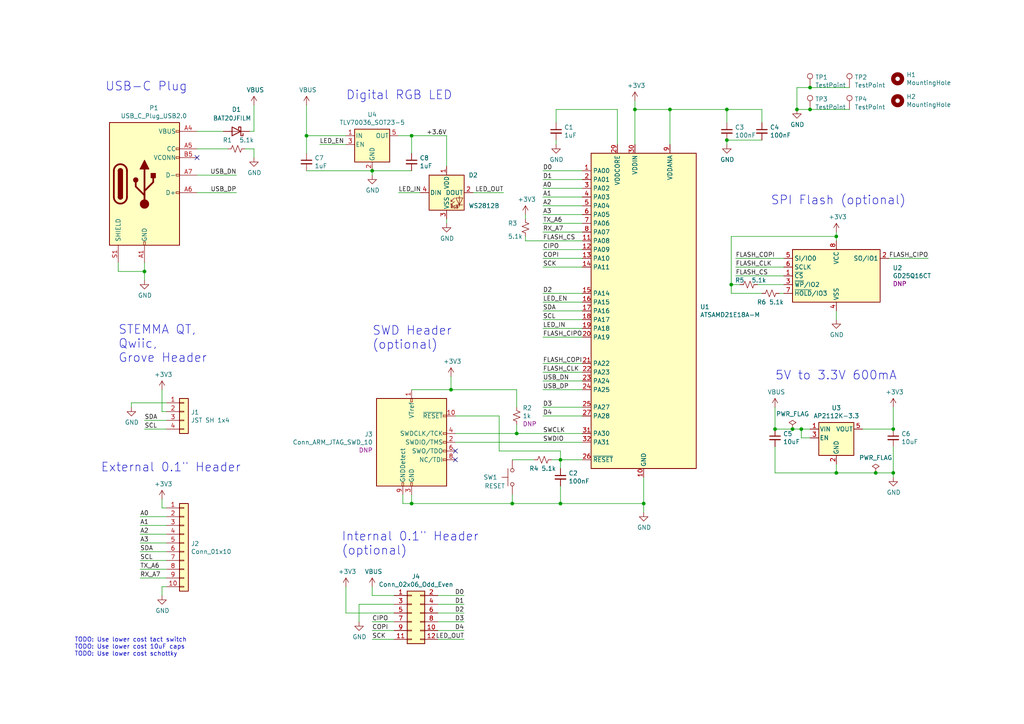
<source format=kicad_sch>
(kicad_sch (version 20230121) (generator eeschema)

  (uuid 21e56800-d3e5-490e-a754-6ac3b661da55)

  (paper "A4")

  (title_block
    (title "Microcontroller Expansion Card")
    (date "2021-05-17")
    (rev "X1.1")
    (company "Framework Computer Inc")
    (comment 1 "This work is licensed under a Creative Commons Attribution 4.0 International License")
    (comment 2 "Inspired by Adafruit QT Py and Seeed Studio Xiao")
    (comment 4 "https://frame.work")
  )

  (lib_symbols
    (symbol "Connector:Conn_ARM_JTAG_SWD_10" (pin_names (offset 1.016)) (in_bom yes) (on_board yes)
      (property "Reference" "J" (at -2.54 16.51 0)
        (effects (font (size 1.27 1.27)) (justify right))
      )
      (property "Value" "Conn_ARM_JTAG_SWD_10" (at -2.54 13.97 0)
        (effects (font (size 1.27 1.27)) (justify right bottom))
      )
      (property "Footprint" "" (at 0 0 0)
        (effects (font (size 1.27 1.27)) hide)
      )
      (property "Datasheet" "http://infocenter.arm.com/help/topic/com.arm.doc.ddi0314h/DDI0314H_coresight_components_trm.pdf" (at -8.89 -31.75 90)
        (effects (font (size 1.27 1.27)) hide)
      )
      (property "ki_keywords" "Cortex Debug Connector ARM SWD JTAG" (at 0 0 0)
        (effects (font (size 1.27 1.27)) hide)
      )
      (property "ki_description" "Cortex Debug Connector, standard ARM Cortex-M SWD and JTAG interface" (at 0 0 0)
        (effects (font (size 1.27 1.27)) hide)
      )
      (property "ki_fp_filters" "PinHeader?2x05?P1.27mm*" (at 0 0 0)
        (effects (font (size 1.27 1.27)) hide)
      )
      (symbol "Conn_ARM_JTAG_SWD_10_0_1"
        (rectangle (start -10.16 12.7) (end 10.16 -12.7)
          (stroke (width 0.254) (type default))
          (fill (type background))
        )
        (rectangle (start -2.794 -12.7) (end -2.286 -11.684)
          (stroke (width 0) (type default))
          (fill (type none))
        )
        (rectangle (start -0.254 -12.7) (end 0.254 -11.684)
          (stroke (width 0) (type default))
          (fill (type none))
        )
        (rectangle (start -0.254 12.7) (end 0.254 11.684)
          (stroke (width 0) (type default))
          (fill (type none))
        )
        (rectangle (start 9.144 2.286) (end 10.16 2.794)
          (stroke (width 0) (type default))
          (fill (type none))
        )
        (rectangle (start 10.16 -2.794) (end 9.144 -2.286)
          (stroke (width 0) (type default))
          (fill (type none))
        )
        (rectangle (start 10.16 -0.254) (end 9.144 0.254)
          (stroke (width 0) (type default))
          (fill (type none))
        )
        (rectangle (start 10.16 7.874) (end 9.144 7.366)
          (stroke (width 0) (type default))
          (fill (type none))
        )
      )
      (symbol "Conn_ARM_JTAG_SWD_10_1_1"
        (rectangle (start 9.144 -5.334) (end 10.16 -4.826)
          (stroke (width 0) (type default))
          (fill (type none))
        )
        (pin power_in line (at 0 15.24 270) (length 2.54)
          (name "VTref" (effects (font (size 1.27 1.27))))
          (number "1" (effects (font (size 1.27 1.27))))
        )
        (pin open_collector line (at 12.7 7.62 180) (length 2.54)
          (name "~{RESET}" (effects (font (size 1.27 1.27))))
          (number "10" (effects (font (size 1.27 1.27))))
        )
        (pin bidirectional line (at 12.7 0 180) (length 2.54)
          (name "SWDIO/TMS" (effects (font (size 1.27 1.27))))
          (number "2" (effects (font (size 1.27 1.27))))
        )
        (pin power_in line (at 0 -15.24 90) (length 2.54)
          (name "GND" (effects (font (size 1.27 1.27))))
          (number "3" (effects (font (size 1.27 1.27))))
        )
        (pin output line (at 12.7 2.54 180) (length 2.54)
          (name "SWDCLK/TCK" (effects (font (size 1.27 1.27))))
          (number "4" (effects (font (size 1.27 1.27))))
        )
        (pin passive line (at 0 -15.24 90) (length 2.54) hide
          (name "GND" (effects (font (size 1.27 1.27))))
          (number "5" (effects (font (size 1.27 1.27))))
        )
        (pin input line (at 12.7 -2.54 180) (length 2.54)
          (name "SWO/TDO" (effects (font (size 1.27 1.27))))
          (number "6" (effects (font (size 1.27 1.27))))
        )
        (pin no_connect line (at -10.16 0 0) (length 2.54) hide
          (name "KEY" (effects (font (size 1.27 1.27))))
          (number "7" (effects (font (size 1.27 1.27))))
        )
        (pin output line (at 12.7 -5.08 180) (length 2.54)
          (name "NC/TDI" (effects (font (size 1.27 1.27))))
          (number "8" (effects (font (size 1.27 1.27))))
        )
        (pin passive line (at -2.54 -15.24 90) (length 2.54)
          (name "GNDDetect" (effects (font (size 1.27 1.27))))
          (number "9" (effects (font (size 1.27 1.27))))
        )
      )
    )
    (symbol "Connector:TestPoint" (pin_numbers hide) (pin_names (offset 0.762) hide) (in_bom yes) (on_board yes)
      (property "Reference" "TP" (at 0 6.858 0)
        (effects (font (size 1.27 1.27)))
      )
      (property "Value" "TestPoint" (at 0 5.08 0)
        (effects (font (size 1.27 1.27)))
      )
      (property "Footprint" "" (at 5.08 0 0)
        (effects (font (size 1.27 1.27)) hide)
      )
      (property "Datasheet" "~" (at 5.08 0 0)
        (effects (font (size 1.27 1.27)) hide)
      )
      (property "ki_keywords" "test point tp" (at 0 0 0)
        (effects (font (size 1.27 1.27)) hide)
      )
      (property "ki_description" "test point" (at 0 0 0)
        (effects (font (size 1.27 1.27)) hide)
      )
      (property "ki_fp_filters" "Pin* Test*" (at 0 0 0)
        (effects (font (size 1.27 1.27)) hide)
      )
      (symbol "TestPoint_0_1"
        (circle (center 0 3.302) (radius 0.762)
          (stroke (width 0) (type default))
          (fill (type none))
        )
      )
      (symbol "TestPoint_1_1"
        (pin passive line (at 0 0 90) (length 2.54)
          (name "1" (effects (font (size 1.27 1.27))))
          (number "1" (effects (font (size 1.27 1.27))))
        )
      )
    )
    (symbol "Connector:USB_C_Plug_USB2.0" (pin_names (offset 1.016)) (in_bom yes) (on_board yes)
      (property "Reference" "P" (at -10.16 19.05 0)
        (effects (font (size 1.27 1.27)) (justify left))
      )
      (property "Value" "USB_C_Plug_USB2.0" (at 12.7 19.05 0)
        (effects (font (size 1.27 1.27)) (justify right))
      )
      (property "Footprint" "" (at 3.81 0 0)
        (effects (font (size 1.27 1.27)) hide)
      )
      (property "Datasheet" "https://www.usb.org/sites/default/files/documents/usb_type-c.zip" (at 3.81 0 0)
        (effects (font (size 1.27 1.27)) hide)
      )
      (property "ki_keywords" "usb universal serial bus type-C USB2.0" (at 0 0 0)
        (effects (font (size 1.27 1.27)) hide)
      )
      (property "ki_description" "USB 2.0-only Type-C Plug connector" (at 0 0 0)
        (effects (font (size 1.27 1.27)) hide)
      )
      (property "ki_fp_filters" "USB*C*Plug*" (at 0 0 0)
        (effects (font (size 1.27 1.27)) hide)
      )
      (symbol "USB_C_Plug_USB2.0_0_0"
        (rectangle (start -0.254 -17.78) (end 0.254 -16.764)
          (stroke (width 0) (type default))
          (fill (type none))
        )
        (rectangle (start 10.16 -2.286) (end 9.144 -2.794)
          (stroke (width 0) (type default))
          (fill (type none))
        )
        (rectangle (start 10.16 2.794) (end 9.144 2.286)
          (stroke (width 0) (type default))
          (fill (type none))
        )
        (rectangle (start 10.16 7.874) (end 9.144 7.366)
          (stroke (width 0) (type default))
          (fill (type none))
        )
        (rectangle (start 10.16 10.414) (end 9.144 9.906)
          (stroke (width 0) (type default))
          (fill (type none))
        )
        (rectangle (start 10.16 15.494) (end 9.144 14.986)
          (stroke (width 0) (type default))
          (fill (type none))
        )
      )
      (symbol "USB_C_Plug_USB2.0_0_1"
        (rectangle (start -10.16 17.78) (end 10.16 -17.78)
          (stroke (width 0.254) (type default))
          (fill (type background))
        )
        (arc (start -8.89 -3.81) (mid -6.985 -5.7067) (end -5.08 -3.81)
          (stroke (width 0.508) (type default))
          (fill (type none))
        )
        (arc (start -7.62 -3.81) (mid -6.985 -4.4423) (end -6.35 -3.81)
          (stroke (width 0.254) (type default))
          (fill (type none))
        )
        (arc (start -7.62 -3.81) (mid -6.985 -4.4423) (end -6.35 -3.81)
          (stroke (width 0.254) (type default))
          (fill (type outline))
        )
        (rectangle (start -7.62 -3.81) (end -6.35 3.81)
          (stroke (width 0.254) (type default))
          (fill (type outline))
        )
        (arc (start -6.35 3.81) (mid -6.985 4.4423) (end -7.62 3.81)
          (stroke (width 0.254) (type default))
          (fill (type none))
        )
        (arc (start -6.35 3.81) (mid -6.985 4.4423) (end -7.62 3.81)
          (stroke (width 0.254) (type default))
          (fill (type outline))
        )
        (arc (start -5.08 3.81) (mid -6.985 5.7067) (end -8.89 3.81)
          (stroke (width 0.508) (type default))
          (fill (type none))
        )
        (circle (center -2.54 1.143) (radius 0.635)
          (stroke (width 0.254) (type default))
          (fill (type outline))
        )
        (circle (center 0 -5.842) (radius 1.27)
          (stroke (width 0) (type default))
          (fill (type outline))
        )
        (polyline
          (pts
            (xy -8.89 -3.81)
            (xy -8.89 3.81)
          )
          (stroke (width 0.508) (type default))
          (fill (type none))
        )
        (polyline
          (pts
            (xy -5.08 3.81)
            (xy -5.08 -3.81)
          )
          (stroke (width 0.508) (type default))
          (fill (type none))
        )
        (polyline
          (pts
            (xy 0 -5.842)
            (xy 0 4.318)
          )
          (stroke (width 0.508) (type default))
          (fill (type none))
        )
        (polyline
          (pts
            (xy 0 -3.302)
            (xy -2.54 -0.762)
            (xy -2.54 0.508)
          )
          (stroke (width 0.508) (type default))
          (fill (type none))
        )
        (polyline
          (pts
            (xy 0 -2.032)
            (xy 2.54 0.508)
            (xy 2.54 1.778)
          )
          (stroke (width 0.508) (type default))
          (fill (type none))
        )
        (polyline
          (pts
            (xy -1.27 4.318)
            (xy 0 6.858)
            (xy 1.27 4.318)
            (xy -1.27 4.318)
          )
          (stroke (width 0.254) (type default))
          (fill (type outline))
        )
        (rectangle (start 1.905 1.778) (end 3.175 3.048)
          (stroke (width 0.254) (type default))
          (fill (type outline))
        )
      )
      (symbol "USB_C_Plug_USB2.0_1_1"
        (pin passive line (at 0 -22.86 90) (length 5.08)
          (name "GND" (effects (font (size 1.27 1.27))))
          (number "A1" (effects (font (size 1.27 1.27))))
        )
        (pin passive line (at 0 -22.86 90) (length 5.08) hide
          (name "GND" (effects (font (size 1.27 1.27))))
          (number "A12" (effects (font (size 1.27 1.27))))
        )
        (pin passive line (at 15.24 15.24 180) (length 5.08)
          (name "VBUS" (effects (font (size 1.27 1.27))))
          (number "A4" (effects (font (size 1.27 1.27))))
        )
        (pin bidirectional line (at 15.24 10.16 180) (length 5.08)
          (name "CC" (effects (font (size 1.27 1.27))))
          (number "A5" (effects (font (size 1.27 1.27))))
        )
        (pin bidirectional line (at 15.24 -2.54 180) (length 5.08)
          (name "D+" (effects (font (size 1.27 1.27))))
          (number "A6" (effects (font (size 1.27 1.27))))
        )
        (pin bidirectional line (at 15.24 2.54 180) (length 5.08)
          (name "D-" (effects (font (size 1.27 1.27))))
          (number "A7" (effects (font (size 1.27 1.27))))
        )
        (pin passive line (at 15.24 15.24 180) (length 5.08) hide
          (name "VBUS" (effects (font (size 1.27 1.27))))
          (number "A9" (effects (font (size 1.27 1.27))))
        )
        (pin passive line (at 0 -22.86 90) (length 5.08) hide
          (name "GND" (effects (font (size 1.27 1.27))))
          (number "B1" (effects (font (size 1.27 1.27))))
        )
        (pin passive line (at 0 -22.86 90) (length 5.08) hide
          (name "GND" (effects (font (size 1.27 1.27))))
          (number "B12" (effects (font (size 1.27 1.27))))
        )
        (pin passive line (at 15.24 15.24 180) (length 5.08) hide
          (name "VBUS" (effects (font (size 1.27 1.27))))
          (number "B4" (effects (font (size 1.27 1.27))))
        )
        (pin bidirectional line (at 15.24 7.62 180) (length 5.08)
          (name "VCONN" (effects (font (size 1.27 1.27))))
          (number "B5" (effects (font (size 1.27 1.27))))
        )
        (pin passive line (at 15.24 15.24 180) (length 5.08) hide
          (name "VBUS" (effects (font (size 1.27 1.27))))
          (number "B9" (effects (font (size 1.27 1.27))))
        )
        (pin passive line (at -7.62 -22.86 90) (length 5.08)
          (name "SHIELD" (effects (font (size 1.27 1.27))))
          (number "S1" (effects (font (size 1.27 1.27))))
        )
      )
    )
    (symbol "Connector_Generic:Conn_01x04" (pin_names (offset 1.016) hide) (in_bom yes) (on_board yes)
      (property "Reference" "J" (at 0 5.08 0)
        (effects (font (size 1.27 1.27)))
      )
      (property "Value" "Conn_01x04" (at 0 -7.62 0)
        (effects (font (size 1.27 1.27)))
      )
      (property "Footprint" "" (at 0 0 0)
        (effects (font (size 1.27 1.27)) hide)
      )
      (property "Datasheet" "~" (at 0 0 0)
        (effects (font (size 1.27 1.27)) hide)
      )
      (property "ki_keywords" "connector" (at 0 0 0)
        (effects (font (size 1.27 1.27)) hide)
      )
      (property "ki_description" "Generic connector, single row, 01x04, script generated (kicad-library-utils/schlib/autogen/connector/)" (at 0 0 0)
        (effects (font (size 1.27 1.27)) hide)
      )
      (property "ki_fp_filters" "Connector*:*_1x??_*" (at 0 0 0)
        (effects (font (size 1.27 1.27)) hide)
      )
      (symbol "Conn_01x04_1_1"
        (rectangle (start -1.27 -4.953) (end 0 -5.207)
          (stroke (width 0.1524) (type default))
          (fill (type none))
        )
        (rectangle (start -1.27 -2.413) (end 0 -2.667)
          (stroke (width 0.1524) (type default))
          (fill (type none))
        )
        (rectangle (start -1.27 0.127) (end 0 -0.127)
          (stroke (width 0.1524) (type default))
          (fill (type none))
        )
        (rectangle (start -1.27 2.667) (end 0 2.413)
          (stroke (width 0.1524) (type default))
          (fill (type none))
        )
        (rectangle (start -1.27 3.81) (end 1.27 -6.35)
          (stroke (width 0.254) (type default))
          (fill (type background))
        )
        (pin passive line (at -5.08 2.54 0) (length 3.81)
          (name "Pin_1" (effects (font (size 1.27 1.27))))
          (number "1" (effects (font (size 1.27 1.27))))
        )
        (pin passive line (at -5.08 0 0) (length 3.81)
          (name "Pin_2" (effects (font (size 1.27 1.27))))
          (number "2" (effects (font (size 1.27 1.27))))
        )
        (pin passive line (at -5.08 -2.54 0) (length 3.81)
          (name "Pin_3" (effects (font (size 1.27 1.27))))
          (number "3" (effects (font (size 1.27 1.27))))
        )
        (pin passive line (at -5.08 -5.08 0) (length 3.81)
          (name "Pin_4" (effects (font (size 1.27 1.27))))
          (number "4" (effects (font (size 1.27 1.27))))
        )
      )
    )
    (symbol "Connector_Generic:Conn_01x10" (pin_names (offset 1.016) hide) (in_bom yes) (on_board yes)
      (property "Reference" "J" (at 0 12.7 0)
        (effects (font (size 1.27 1.27)))
      )
      (property "Value" "Conn_01x10" (at 0 -15.24 0)
        (effects (font (size 1.27 1.27)))
      )
      (property "Footprint" "" (at 0 0 0)
        (effects (font (size 1.27 1.27)) hide)
      )
      (property "Datasheet" "~" (at 0 0 0)
        (effects (font (size 1.27 1.27)) hide)
      )
      (property "ki_keywords" "connector" (at 0 0 0)
        (effects (font (size 1.27 1.27)) hide)
      )
      (property "ki_description" "Generic connector, single row, 01x10, script generated (kicad-library-utils/schlib/autogen/connector/)" (at 0 0 0)
        (effects (font (size 1.27 1.27)) hide)
      )
      (property "ki_fp_filters" "Connector*:*_1x??_*" (at 0 0 0)
        (effects (font (size 1.27 1.27)) hide)
      )
      (symbol "Conn_01x10_1_1"
        (rectangle (start -1.27 -12.573) (end 0 -12.827)
          (stroke (width 0.1524) (type default))
          (fill (type none))
        )
        (rectangle (start -1.27 -10.033) (end 0 -10.287)
          (stroke (width 0.1524) (type default))
          (fill (type none))
        )
        (rectangle (start -1.27 -7.493) (end 0 -7.747)
          (stroke (width 0.1524) (type default))
          (fill (type none))
        )
        (rectangle (start -1.27 -4.953) (end 0 -5.207)
          (stroke (width 0.1524) (type default))
          (fill (type none))
        )
        (rectangle (start -1.27 -2.413) (end 0 -2.667)
          (stroke (width 0.1524) (type default))
          (fill (type none))
        )
        (rectangle (start -1.27 0.127) (end 0 -0.127)
          (stroke (width 0.1524) (type default))
          (fill (type none))
        )
        (rectangle (start -1.27 2.667) (end 0 2.413)
          (stroke (width 0.1524) (type default))
          (fill (type none))
        )
        (rectangle (start -1.27 5.207) (end 0 4.953)
          (stroke (width 0.1524) (type default))
          (fill (type none))
        )
        (rectangle (start -1.27 7.747) (end 0 7.493)
          (stroke (width 0.1524) (type default))
          (fill (type none))
        )
        (rectangle (start -1.27 10.287) (end 0 10.033)
          (stroke (width 0.1524) (type default))
          (fill (type none))
        )
        (rectangle (start -1.27 11.43) (end 1.27 -13.97)
          (stroke (width 0.254) (type default))
          (fill (type background))
        )
        (pin passive line (at -5.08 10.16 0) (length 3.81)
          (name "Pin_1" (effects (font (size 1.27 1.27))))
          (number "1" (effects (font (size 1.27 1.27))))
        )
        (pin passive line (at -5.08 -12.7 0) (length 3.81)
          (name "Pin_10" (effects (font (size 1.27 1.27))))
          (number "10" (effects (font (size 1.27 1.27))))
        )
        (pin passive line (at -5.08 7.62 0) (length 3.81)
          (name "Pin_2" (effects (font (size 1.27 1.27))))
          (number "2" (effects (font (size 1.27 1.27))))
        )
        (pin passive line (at -5.08 5.08 0) (length 3.81)
          (name "Pin_3" (effects (font (size 1.27 1.27))))
          (number "3" (effects (font (size 1.27 1.27))))
        )
        (pin passive line (at -5.08 2.54 0) (length 3.81)
          (name "Pin_4" (effects (font (size 1.27 1.27))))
          (number "4" (effects (font (size 1.27 1.27))))
        )
        (pin passive line (at -5.08 0 0) (length 3.81)
          (name "Pin_5" (effects (font (size 1.27 1.27))))
          (number "5" (effects (font (size 1.27 1.27))))
        )
        (pin passive line (at -5.08 -2.54 0) (length 3.81)
          (name "Pin_6" (effects (font (size 1.27 1.27))))
          (number "6" (effects (font (size 1.27 1.27))))
        )
        (pin passive line (at -5.08 -5.08 0) (length 3.81)
          (name "Pin_7" (effects (font (size 1.27 1.27))))
          (number "7" (effects (font (size 1.27 1.27))))
        )
        (pin passive line (at -5.08 -7.62 0) (length 3.81)
          (name "Pin_8" (effects (font (size 1.27 1.27))))
          (number "8" (effects (font (size 1.27 1.27))))
        )
        (pin passive line (at -5.08 -10.16 0) (length 3.81)
          (name "Pin_9" (effects (font (size 1.27 1.27))))
          (number "9" (effects (font (size 1.27 1.27))))
        )
      )
    )
    (symbol "Connector_Generic:Conn_02x06_Odd_Even" (pin_names (offset 1.016) hide) (in_bom yes) (on_board yes)
      (property "Reference" "J" (at 1.27 7.62 0)
        (effects (font (size 1.27 1.27)))
      )
      (property "Value" "Conn_02x06_Odd_Even" (at 1.27 -10.16 0)
        (effects (font (size 1.27 1.27)))
      )
      (property "Footprint" "" (at 0 0 0)
        (effects (font (size 1.27 1.27)) hide)
      )
      (property "Datasheet" "~" (at 0 0 0)
        (effects (font (size 1.27 1.27)) hide)
      )
      (property "ki_keywords" "connector" (at 0 0 0)
        (effects (font (size 1.27 1.27)) hide)
      )
      (property "ki_description" "Generic connector, double row, 02x06, odd/even pin numbering scheme (row 1 odd numbers, row 2 even numbers), script generated (kicad-library-utils/schlib/autogen/connector/)" (at 0 0 0)
        (effects (font (size 1.27 1.27)) hide)
      )
      (property "ki_fp_filters" "Connector*:*_2x??_*" (at 0 0 0)
        (effects (font (size 1.27 1.27)) hide)
      )
      (symbol "Conn_02x06_Odd_Even_1_1"
        (rectangle (start -1.27 -7.493) (end 0 -7.747)
          (stroke (width 0.1524) (type default))
          (fill (type none))
        )
        (rectangle (start -1.27 -4.953) (end 0 -5.207)
          (stroke (width 0.1524) (type default))
          (fill (type none))
        )
        (rectangle (start -1.27 -2.413) (end 0 -2.667)
          (stroke (width 0.1524) (type default))
          (fill (type none))
        )
        (rectangle (start -1.27 0.127) (end 0 -0.127)
          (stroke (width 0.1524) (type default))
          (fill (type none))
        )
        (rectangle (start -1.27 2.667) (end 0 2.413)
          (stroke (width 0.1524) (type default))
          (fill (type none))
        )
        (rectangle (start -1.27 5.207) (end 0 4.953)
          (stroke (width 0.1524) (type default))
          (fill (type none))
        )
        (rectangle (start -1.27 6.35) (end 3.81 -8.89)
          (stroke (width 0.254) (type default))
          (fill (type background))
        )
        (rectangle (start 3.81 -7.493) (end 2.54 -7.747)
          (stroke (width 0.1524) (type default))
          (fill (type none))
        )
        (rectangle (start 3.81 -4.953) (end 2.54 -5.207)
          (stroke (width 0.1524) (type default))
          (fill (type none))
        )
        (rectangle (start 3.81 -2.413) (end 2.54 -2.667)
          (stroke (width 0.1524) (type default))
          (fill (type none))
        )
        (rectangle (start 3.81 0.127) (end 2.54 -0.127)
          (stroke (width 0.1524) (type default))
          (fill (type none))
        )
        (rectangle (start 3.81 2.667) (end 2.54 2.413)
          (stroke (width 0.1524) (type default))
          (fill (type none))
        )
        (rectangle (start 3.81 5.207) (end 2.54 4.953)
          (stroke (width 0.1524) (type default))
          (fill (type none))
        )
        (pin passive line (at -5.08 5.08 0) (length 3.81)
          (name "Pin_1" (effects (font (size 1.27 1.27))))
          (number "1" (effects (font (size 1.27 1.27))))
        )
        (pin passive line (at 7.62 -5.08 180) (length 3.81)
          (name "Pin_10" (effects (font (size 1.27 1.27))))
          (number "10" (effects (font (size 1.27 1.27))))
        )
        (pin passive line (at -5.08 -7.62 0) (length 3.81)
          (name "Pin_11" (effects (font (size 1.27 1.27))))
          (number "11" (effects (font (size 1.27 1.27))))
        )
        (pin passive line (at 7.62 -7.62 180) (length 3.81)
          (name "Pin_12" (effects (font (size 1.27 1.27))))
          (number "12" (effects (font (size 1.27 1.27))))
        )
        (pin passive line (at 7.62 5.08 180) (length 3.81)
          (name "Pin_2" (effects (font (size 1.27 1.27))))
          (number "2" (effects (font (size 1.27 1.27))))
        )
        (pin passive line (at -5.08 2.54 0) (length 3.81)
          (name "Pin_3" (effects (font (size 1.27 1.27))))
          (number "3" (effects (font (size 1.27 1.27))))
        )
        (pin passive line (at 7.62 2.54 180) (length 3.81)
          (name "Pin_4" (effects (font (size 1.27 1.27))))
          (number "4" (effects (font (size 1.27 1.27))))
        )
        (pin passive line (at -5.08 0 0) (length 3.81)
          (name "Pin_5" (effects (font (size 1.27 1.27))))
          (number "5" (effects (font (size 1.27 1.27))))
        )
        (pin passive line (at 7.62 0 180) (length 3.81)
          (name "Pin_6" (effects (font (size 1.27 1.27))))
          (number "6" (effects (font (size 1.27 1.27))))
        )
        (pin passive line (at -5.08 -2.54 0) (length 3.81)
          (name "Pin_7" (effects (font (size 1.27 1.27))))
          (number "7" (effects (font (size 1.27 1.27))))
        )
        (pin passive line (at 7.62 -2.54 180) (length 3.81)
          (name "Pin_8" (effects (font (size 1.27 1.27))))
          (number "8" (effects (font (size 1.27 1.27))))
        )
        (pin passive line (at -5.08 -5.08 0) (length 3.81)
          (name "Pin_9" (effects (font (size 1.27 1.27))))
          (number "9" (effects (font (size 1.27 1.27))))
        )
      )
    )
    (symbol "Device:C_Small" (pin_numbers hide) (pin_names (offset 0.254) hide) (in_bom yes) (on_board yes)
      (property "Reference" "C" (at 0.254 1.778 0)
        (effects (font (size 1.27 1.27)) (justify left))
      )
      (property "Value" "C_Small" (at 0.254 -2.032 0)
        (effects (font (size 1.27 1.27)) (justify left))
      )
      (property "Footprint" "" (at 0 0 0)
        (effects (font (size 1.27 1.27)) hide)
      )
      (property "Datasheet" "~" (at 0 0 0)
        (effects (font (size 1.27 1.27)) hide)
      )
      (property "ki_keywords" "capacitor cap" (at 0 0 0)
        (effects (font (size 1.27 1.27)) hide)
      )
      (property "ki_description" "Unpolarized capacitor, small symbol" (at 0 0 0)
        (effects (font (size 1.27 1.27)) hide)
      )
      (property "ki_fp_filters" "C_*" (at 0 0 0)
        (effects (font (size 1.27 1.27)) hide)
      )
      (symbol "C_Small_0_1"
        (polyline
          (pts
            (xy -1.524 -0.508)
            (xy 1.524 -0.508)
          )
          (stroke (width 0.3302) (type default))
          (fill (type none))
        )
        (polyline
          (pts
            (xy -1.524 0.508)
            (xy 1.524 0.508)
          )
          (stroke (width 0.3048) (type default))
          (fill (type none))
        )
      )
      (symbol "C_Small_1_1"
        (pin passive line (at 0 2.54 270) (length 2.032)
          (name "~" (effects (font (size 1.27 1.27))))
          (number "1" (effects (font (size 1.27 1.27))))
        )
        (pin passive line (at 0 -2.54 90) (length 2.032)
          (name "~" (effects (font (size 1.27 1.27))))
          (number "2" (effects (font (size 1.27 1.27))))
        )
      )
    )
    (symbol "Device:D_Schottky" (pin_numbers hide) (pin_names (offset 1.016) hide) (in_bom yes) (on_board yes)
      (property "Reference" "D" (at 0 2.54 0)
        (effects (font (size 1.27 1.27)))
      )
      (property "Value" "D_Schottky" (at 0 -2.54 0)
        (effects (font (size 1.27 1.27)))
      )
      (property "Footprint" "" (at 0 0 0)
        (effects (font (size 1.27 1.27)) hide)
      )
      (property "Datasheet" "~" (at 0 0 0)
        (effects (font (size 1.27 1.27)) hide)
      )
      (property "ki_keywords" "diode Schottky" (at 0 0 0)
        (effects (font (size 1.27 1.27)) hide)
      )
      (property "ki_description" "Schottky diode" (at 0 0 0)
        (effects (font (size 1.27 1.27)) hide)
      )
      (property "ki_fp_filters" "TO-???* *_Diode_* *SingleDiode* D_*" (at 0 0 0)
        (effects (font (size 1.27 1.27)) hide)
      )
      (symbol "D_Schottky_0_1"
        (polyline
          (pts
            (xy 1.27 0)
            (xy -1.27 0)
          )
          (stroke (width 0) (type default))
          (fill (type none))
        )
        (polyline
          (pts
            (xy 1.27 1.27)
            (xy 1.27 -1.27)
            (xy -1.27 0)
            (xy 1.27 1.27)
          )
          (stroke (width 0.254) (type default))
          (fill (type none))
        )
        (polyline
          (pts
            (xy -1.905 0.635)
            (xy -1.905 1.27)
            (xy -1.27 1.27)
            (xy -1.27 -1.27)
            (xy -0.635 -1.27)
            (xy -0.635 -0.635)
          )
          (stroke (width 0.254) (type default))
          (fill (type none))
        )
      )
      (symbol "D_Schottky_1_1"
        (pin passive line (at -3.81 0 0) (length 2.54)
          (name "K" (effects (font (size 1.27 1.27))))
          (number "1" (effects (font (size 1.27 1.27))))
        )
        (pin passive line (at 3.81 0 180) (length 2.54)
          (name "A" (effects (font (size 1.27 1.27))))
          (number "2" (effects (font (size 1.27 1.27))))
        )
      )
    )
    (symbol "Device:R_Small_US" (pin_numbers hide) (pin_names (offset 0.254) hide) (in_bom yes) (on_board yes)
      (property "Reference" "R" (at 0.762 0.508 0)
        (effects (font (size 1.27 1.27)) (justify left))
      )
      (property "Value" "R_Small_US" (at 0.762 -1.016 0)
        (effects (font (size 1.27 1.27)) (justify left))
      )
      (property "Footprint" "" (at 0 0 0)
        (effects (font (size 1.27 1.27)) hide)
      )
      (property "Datasheet" "~" (at 0 0 0)
        (effects (font (size 1.27 1.27)) hide)
      )
      (property "ki_keywords" "r resistor" (at 0 0 0)
        (effects (font (size 1.27 1.27)) hide)
      )
      (property "ki_description" "Resistor, small US symbol" (at 0 0 0)
        (effects (font (size 1.27 1.27)) hide)
      )
      (property "ki_fp_filters" "R_*" (at 0 0 0)
        (effects (font (size 1.27 1.27)) hide)
      )
      (symbol "R_Small_US_1_1"
        (polyline
          (pts
            (xy 0 0)
            (xy 1.016 -0.381)
            (xy 0 -0.762)
            (xy -1.016 -1.143)
            (xy 0 -1.524)
          )
          (stroke (width 0) (type default))
          (fill (type none))
        )
        (polyline
          (pts
            (xy 0 1.524)
            (xy 1.016 1.143)
            (xy 0 0.762)
            (xy -1.016 0.381)
            (xy 0 0)
          )
          (stroke (width 0) (type default))
          (fill (type none))
        )
        (pin passive line (at 0 2.54 270) (length 1.016)
          (name "~" (effects (font (size 1.27 1.27))))
          (number "1" (effects (font (size 1.27 1.27))))
        )
        (pin passive line (at 0 -2.54 90) (length 1.016)
          (name "~" (effects (font (size 1.27 1.27))))
          (number "2" (effects (font (size 1.27 1.27))))
        )
      )
    )
    (symbol "LED:WS2812B" (pin_names (offset 0.254)) (in_bom yes) (on_board yes)
      (property "Reference" "D" (at 5.08 5.715 0)
        (effects (font (size 1.27 1.27)) (justify right bottom))
      )
      (property "Value" "WS2812B" (at 1.27 -5.715 0)
        (effects (font (size 1.27 1.27)) (justify left top))
      )
      (property "Footprint" "LED_SMD:LED_WS2812B_PLCC4_5.0x5.0mm_P3.2mm" (at 1.27 -7.62 0)
        (effects (font (size 1.27 1.27)) (justify left top) hide)
      )
      (property "Datasheet" "https://cdn-shop.adafruit.com/datasheets/WS2812B.pdf" (at 2.54 -9.525 0)
        (effects (font (size 1.27 1.27)) (justify left top) hide)
      )
      (property "ki_keywords" "RGB LED NeoPixel addressable" (at 0 0 0)
        (effects (font (size 1.27 1.27)) hide)
      )
      (property "ki_description" "RGB LED with integrated controller" (at 0 0 0)
        (effects (font (size 1.27 1.27)) hide)
      )
      (property "ki_fp_filters" "LED*WS2812*PLCC*5.0x5.0mm*P3.2mm*" (at 0 0 0)
        (effects (font (size 1.27 1.27)) hide)
      )
      (symbol "WS2812B_0_0"
        (text "RGB" (at 2.286 -4.191 0)
          (effects (font (size 0.762 0.762)))
        )
      )
      (symbol "WS2812B_0_1"
        (polyline
          (pts
            (xy 1.27 -3.556)
            (xy 1.778 -3.556)
          )
          (stroke (width 0) (type default))
          (fill (type none))
        )
        (polyline
          (pts
            (xy 1.27 -2.54)
            (xy 1.778 -2.54)
          )
          (stroke (width 0) (type default))
          (fill (type none))
        )
        (polyline
          (pts
            (xy 4.699 -3.556)
            (xy 2.667 -3.556)
          )
          (stroke (width 0) (type default))
          (fill (type none))
        )
        (polyline
          (pts
            (xy 2.286 -2.54)
            (xy 1.27 -3.556)
            (xy 1.27 -3.048)
          )
          (stroke (width 0) (type default))
          (fill (type none))
        )
        (polyline
          (pts
            (xy 2.286 -1.524)
            (xy 1.27 -2.54)
            (xy 1.27 -2.032)
          )
          (stroke (width 0) (type default))
          (fill (type none))
        )
        (polyline
          (pts
            (xy 3.683 -1.016)
            (xy 3.683 -3.556)
            (xy 3.683 -4.064)
          )
          (stroke (width 0) (type default))
          (fill (type none))
        )
        (polyline
          (pts
            (xy 4.699 -1.524)
            (xy 2.667 -1.524)
            (xy 3.683 -3.556)
            (xy 4.699 -1.524)
          )
          (stroke (width 0) (type default))
          (fill (type none))
        )
        (rectangle (start 5.08 5.08) (end -5.08 -5.08)
          (stroke (width 0.254) (type default))
          (fill (type background))
        )
      )
      (symbol "WS2812B_1_1"
        (pin power_in line (at 0 7.62 270) (length 2.54)
          (name "VDD" (effects (font (size 1.27 1.27))))
          (number "1" (effects (font (size 1.27 1.27))))
        )
        (pin output line (at 7.62 0 180) (length 2.54)
          (name "DOUT" (effects (font (size 1.27 1.27))))
          (number "2" (effects (font (size 1.27 1.27))))
        )
        (pin power_in line (at 0 -7.62 90) (length 2.54)
          (name "VSS" (effects (font (size 1.27 1.27))))
          (number "3" (effects (font (size 1.27 1.27))))
        )
        (pin input line (at -7.62 0 0) (length 2.54)
          (name "DIN" (effects (font (size 1.27 1.27))))
          (number "4" (effects (font (size 1.27 1.27))))
        )
      )
    )
    (symbol "Mechanical:MountingHole" (pin_names (offset 1.016)) (in_bom yes) (on_board yes)
      (property "Reference" "H" (at 0 5.08 0)
        (effects (font (size 1.27 1.27)))
      )
      (property "Value" "MountingHole" (at 0 3.175 0)
        (effects (font (size 1.27 1.27)))
      )
      (property "Footprint" "" (at 0 0 0)
        (effects (font (size 1.27 1.27)) hide)
      )
      (property "Datasheet" "~" (at 0 0 0)
        (effects (font (size 1.27 1.27)) hide)
      )
      (property "ki_keywords" "mounting hole" (at 0 0 0)
        (effects (font (size 1.27 1.27)) hide)
      )
      (property "ki_description" "Mounting Hole without connection" (at 0 0 0)
        (effects (font (size 1.27 1.27)) hide)
      )
      (property "ki_fp_filters" "MountingHole*" (at 0 0 0)
        (effects (font (size 1.27 1.27)) hide)
      )
      (symbol "MountingHole_0_1"
        (circle (center 0 0) (radius 1.27)
          (stroke (width 1.27) (type default))
          (fill (type none))
        )
      )
    )
    (symbol "Microcontroller-rescue:+3.3V-power" (power) (pin_names (offset 0)) (in_bom yes) (on_board yes)
      (property "Reference" "#PWR" (at 0 -3.81 0)
        (effects (font (size 1.27 1.27)) hide)
      )
      (property "Value" "+3.3V-power" (at 0 3.556 0)
        (effects (font (size 1.27 1.27)))
      )
      (property "Footprint" "" (at 0 0 0)
        (effects (font (size 1.27 1.27)) hide)
      )
      (property "Datasheet" "" (at 0 0 0)
        (effects (font (size 1.27 1.27)) hide)
      )
      (symbol "+3.3V-power_0_1"
        (polyline
          (pts
            (xy -0.762 1.27)
            (xy 0 2.54)
          )
          (stroke (width 0) (type solid))
          (fill (type none))
        )
        (polyline
          (pts
            (xy 0 0)
            (xy 0 2.54)
          )
          (stroke (width 0) (type solid))
          (fill (type none))
        )
        (polyline
          (pts
            (xy 0 2.54)
            (xy 0.762 1.27)
          )
          (stroke (width 0) (type solid))
          (fill (type none))
        )
      )
      (symbol "+3.3V-power_1_1"
        (pin power_in line (at 0 0 90) (length 0) hide
          (name "+3V3" (effects (font (size 1.27 1.27))))
          (number "1" (effects (font (size 1.27 1.27))))
        )
      )
    )
    (symbol "Microcontroller-rescue:ATSAMD21E18A-M-MCU_Microchip_SAMD" (in_bom yes) (on_board yes)
      (property "Reference" "U" (at -13.97 46.99 0)
        (effects (font (size 1.27 1.27)))
      )
      (property "Value" "MCU_Microchip_SAMD_ATSAMD21E18A-M" (at 16.51 46.99 0)
        (effects (font (size 1.27 1.27)))
      )
      (property "Footprint" "Package_DFN_QFN:QFN-32-1EP_5x5mm_P0.5mm_EP3.6x3.6mm" (at 34.29 -46.99 0)
        (effects (font (size 1.27 1.27)) hide)
      )
      (property "Datasheet" "" (at 0 0 0)
        (effects (font (size 1.27 1.27)) hide)
      )
      (property "ki_fp_filters" "QFN*5x5mm*P0.5mm*" (at 0 0 0)
        (effects (font (size 1.27 1.27)) hide)
      )
      (symbol "ATSAMD21E18A-M-MCU_Microchip_SAMD_1_1"
        (rectangle (start -15.24 45.72) (end 15.24 -45.72)
          (stroke (width 0.254) (type solid))
          (fill (type background))
        )
        (pin bidirectional line (at -17.78 40.64 0) (length 2.54)
          (name "PA00" (effects (font (size 1.27 1.27))))
          (number "1" (effects (font (size 1.27 1.27))))
        )
        (pin power_in line (at 0 -48.26 90) (length 2.54)
          (name "GND" (effects (font (size 1.27 1.27))))
          (number "10" (effects (font (size 1.27 1.27))))
        )
        (pin bidirectional line (at -17.78 20.32 0) (length 2.54)
          (name "PA08" (effects (font (size 1.27 1.27))))
          (number "11" (effects (font (size 1.27 1.27))))
        )
        (pin bidirectional line (at -17.78 17.78 0) (length 2.54)
          (name "PA09" (effects (font (size 1.27 1.27))))
          (number "12" (effects (font (size 1.27 1.27))))
        )
        (pin bidirectional line (at -17.78 15.24 0) (length 2.54)
          (name "PA10" (effects (font (size 1.27 1.27))))
          (number "13" (effects (font (size 1.27 1.27))))
        )
        (pin bidirectional line (at -17.78 12.7 0) (length 2.54)
          (name "PA11" (effects (font (size 1.27 1.27))))
          (number "14" (effects (font (size 1.27 1.27))))
        )
        (pin bidirectional line (at -17.78 5.08 0) (length 2.54)
          (name "PA14" (effects (font (size 1.27 1.27))))
          (number "15" (effects (font (size 1.27 1.27))))
        )
        (pin bidirectional line (at -17.78 2.54 0) (length 2.54)
          (name "PA15" (effects (font (size 1.27 1.27))))
          (number "16" (effects (font (size 1.27 1.27))))
        )
        (pin bidirectional line (at -17.78 0 0) (length 2.54)
          (name "PA16" (effects (font (size 1.27 1.27))))
          (number "17" (effects (font (size 1.27 1.27))))
        )
        (pin bidirectional line (at -17.78 -2.54 0) (length 2.54)
          (name "PA17" (effects (font (size 1.27 1.27))))
          (number "18" (effects (font (size 1.27 1.27))))
        )
        (pin bidirectional line (at -17.78 -5.08 0) (length 2.54)
          (name "PA18" (effects (font (size 1.27 1.27))))
          (number "19" (effects (font (size 1.27 1.27))))
        )
        (pin bidirectional line (at -17.78 38.1 0) (length 2.54)
          (name "PA01" (effects (font (size 1.27 1.27))))
          (number "2" (effects (font (size 1.27 1.27))))
        )
        (pin bidirectional line (at -17.78 -7.62 0) (length 2.54)
          (name "PA19" (effects (font (size 1.27 1.27))))
          (number "20" (effects (font (size 1.27 1.27))))
        )
        (pin bidirectional line (at -17.78 -15.24 0) (length 2.54)
          (name "PA22" (effects (font (size 1.27 1.27))))
          (number "21" (effects (font (size 1.27 1.27))))
        )
        (pin bidirectional line (at -17.78 -17.78 0) (length 2.54)
          (name "PA23" (effects (font (size 1.27 1.27))))
          (number "22" (effects (font (size 1.27 1.27))))
        )
        (pin bidirectional line (at -17.78 -20.32 0) (length 2.54)
          (name "PA24" (effects (font (size 1.27 1.27))))
          (number "23" (effects (font (size 1.27 1.27))))
        )
        (pin bidirectional line (at -17.78 -22.86 0) (length 2.54)
          (name "PA25" (effects (font (size 1.27 1.27))))
          (number "24" (effects (font (size 1.27 1.27))))
        )
        (pin bidirectional line (at -17.78 -27.94 0) (length 2.54)
          (name "PA27" (effects (font (size 1.27 1.27))))
          (number "25" (effects (font (size 1.27 1.27))))
        )
        (pin input line (at -17.78 -43.18 0) (length 2.54)
          (name "~{RESET}" (effects (font (size 1.27 1.27))))
          (number "26" (effects (font (size 1.27 1.27))))
        )
        (pin bidirectional line (at -17.78 -30.48 0) (length 2.54)
          (name "PA28" (effects (font (size 1.27 1.27))))
          (number "27" (effects (font (size 1.27 1.27))))
        )
        (pin passive line (at 0 -48.26 90) (length 2.54) hide
          (name "GND" (effects (font (size 1.27 1.27))))
          (number "28" (effects (font (size 1.27 1.27))))
        )
        (pin power_out line (at -7.62 48.26 270) (length 2.54)
          (name "VDDCORE" (effects (font (size 1.27 1.27))))
          (number "29" (effects (font (size 1.27 1.27))))
        )
        (pin bidirectional line (at -17.78 35.56 0) (length 2.54)
          (name "PA02" (effects (font (size 1.27 1.27))))
          (number "3" (effects (font (size 1.27 1.27))))
        )
        (pin power_in line (at -2.54 48.26 270) (length 2.54)
          (name "VDDIN" (effects (font (size 1.27 1.27))))
          (number "30" (effects (font (size 1.27 1.27))))
        )
        (pin bidirectional line (at -17.78 -35.56 0) (length 2.54)
          (name "PA30" (effects (font (size 1.27 1.27))))
          (number "31" (effects (font (size 1.27 1.27))))
        )
        (pin bidirectional line (at -17.78 -38.1 0) (length 2.54)
          (name "PA31" (effects (font (size 1.27 1.27))))
          (number "32" (effects (font (size 1.27 1.27))))
        )
        (pin no_connect line (at 15.24 -43.18 180) (length 2.54) hide
          (name "EP" (effects (font (size 1.27 1.27))))
          (number "33" (effects (font (size 1.27 1.27))))
        )
        (pin bidirectional line (at -17.78 33.02 0) (length 2.54)
          (name "PA03" (effects (font (size 1.27 1.27))))
          (number "4" (effects (font (size 1.27 1.27))))
        )
        (pin bidirectional line (at -17.78 30.48 0) (length 2.54)
          (name "PA04" (effects (font (size 1.27 1.27))))
          (number "5" (effects (font (size 1.27 1.27))))
        )
        (pin bidirectional line (at -17.78 27.94 0) (length 2.54)
          (name "PA05" (effects (font (size 1.27 1.27))))
          (number "6" (effects (font (size 1.27 1.27))))
        )
        (pin bidirectional line (at -17.78 25.4 0) (length 2.54)
          (name "PA06" (effects (font (size 1.27 1.27))))
          (number "7" (effects (font (size 1.27 1.27))))
        )
        (pin bidirectional line (at -17.78 22.86 0) (length 2.54)
          (name "PA07" (effects (font (size 1.27 1.27))))
          (number "8" (effects (font (size 1.27 1.27))))
        )
        (pin power_in line (at 7.62 48.26 270) (length 2.54)
          (name "VDDANA" (effects (font (size 1.27 1.27))))
          (number "9" (effects (font (size 1.27 1.27))))
        )
      )
    )
    (symbol "Regulator_Linear:AP2112K-3.3" (pin_names (offset 0.254)) (in_bom yes) (on_board yes)
      (property "Reference" "U" (at -5.08 5.715 0)
        (effects (font (size 1.27 1.27)) (justify left))
      )
      (property "Value" "AP2112K-3.3" (at 0 5.715 0)
        (effects (font (size 1.27 1.27)) (justify left))
      )
      (property "Footprint" "Package_TO_SOT_SMD:SOT-23-5" (at 0 8.255 0)
        (effects (font (size 1.27 1.27)) hide)
      )
      (property "Datasheet" "https://www.diodes.com/assets/Datasheets/AP2112.pdf" (at 0 2.54 0)
        (effects (font (size 1.27 1.27)) hide)
      )
      (property "ki_keywords" "linear regulator ldo fixed positive" (at 0 0 0)
        (effects (font (size 1.27 1.27)) hide)
      )
      (property "ki_description" "600mA low dropout linear regulator, with enable pin, 3.8V-6V input voltage range, 3.3V fixed positive output, SOT-23-5" (at 0 0 0)
        (effects (font (size 1.27 1.27)) hide)
      )
      (property "ki_fp_filters" "SOT?23?5*" (at 0 0 0)
        (effects (font (size 1.27 1.27)) hide)
      )
      (symbol "AP2112K-3.3_0_1"
        (rectangle (start -5.08 4.445) (end 5.08 -5.08)
          (stroke (width 0.254) (type default))
          (fill (type background))
        )
      )
      (symbol "AP2112K-3.3_1_1"
        (pin power_in line (at -7.62 2.54 0) (length 2.54)
          (name "VIN" (effects (font (size 1.27 1.27))))
          (number "1" (effects (font (size 1.27 1.27))))
        )
        (pin power_in line (at 0 -7.62 90) (length 2.54)
          (name "GND" (effects (font (size 1.27 1.27))))
          (number "2" (effects (font (size 1.27 1.27))))
        )
        (pin input line (at -7.62 0 0) (length 2.54)
          (name "EN" (effects (font (size 1.27 1.27))))
          (number "3" (effects (font (size 1.27 1.27))))
        )
        (pin no_connect line (at 5.08 0 180) (length 2.54) hide
          (name "NC" (effects (font (size 1.27 1.27))))
          (number "4" (effects (font (size 1.27 1.27))))
        )
        (pin power_out line (at 7.62 2.54 180) (length 2.54)
          (name "VOUT" (effects (font (size 1.27 1.27))))
          (number "5" (effects (font (size 1.27 1.27))))
        )
      )
    )
    (symbol "Regulator_Linear:TLV70036_SOT23-5" (pin_names (offset 0.254)) (in_bom yes) (on_board yes)
      (property "Reference" "U" (at -3.81 5.715 0)
        (effects (font (size 1.27 1.27)))
      )
      (property "Value" "TLV70036_SOT23-5" (at 0 5.715 0)
        (effects (font (size 1.27 1.27)) (justify left))
      )
      (property "Footprint" "Package_TO_SOT_SMD:SOT-23-5" (at 0 8.255 0)
        (effects (font (size 1.27 1.27) italic) hide)
      )
      (property "Datasheet" "http://www.ti.com/lit/ds/symlink/tlv700.pdf" (at 0 1.27 0)
        (effects (font (size 1.27 1.27)) hide)
      )
      (property "ki_keywords" "200mA LDO Regulator Fixed Positive" (at 0 0 0)
        (effects (font (size 1.27 1.27)) hide)
      )
      (property "ki_description" "200mA Low Dropout Voltage Regulator, Fixed Output 3.6V, SOT-23-5" (at 0 0 0)
        (effects (font (size 1.27 1.27)) hide)
      )
      (property "ki_fp_filters" "SOT?23*" (at 0 0 0)
        (effects (font (size 1.27 1.27)) hide)
      )
      (symbol "TLV70036_SOT23-5_0_1"
        (rectangle (start -5.08 4.445) (end 5.08 -5.08)
          (stroke (width 0.254) (type default))
          (fill (type background))
        )
      )
      (symbol "TLV70036_SOT23-5_1_1"
        (pin power_in line (at -7.62 2.54 0) (length 2.54)
          (name "IN" (effects (font (size 1.27 1.27))))
          (number "1" (effects (font (size 1.27 1.27))))
        )
        (pin power_in line (at 0 -7.62 90) (length 2.54)
          (name "GND" (effects (font (size 1.27 1.27))))
          (number "2" (effects (font (size 1.27 1.27))))
        )
        (pin input line (at -7.62 0 0) (length 2.54)
          (name "EN" (effects (font (size 1.27 1.27))))
          (number "3" (effects (font (size 1.27 1.27))))
        )
        (pin no_connect line (at 5.08 0 180) (length 2.54) hide
          (name "NC" (effects (font (size 1.27 1.27))))
          (number "4" (effects (font (size 1.27 1.27))))
        )
        (pin power_out line (at 7.62 2.54 180) (length 2.54)
          (name "OUT" (effects (font (size 1.27 1.27))))
          (number "5" (effects (font (size 1.27 1.27))))
        )
      )
    )
    (symbol "Switch:SW_Push" (pin_numbers hide) (pin_names (offset 1.016) hide) (in_bom yes) (on_board yes)
      (property "Reference" "SW" (at 1.27 2.54 0)
        (effects (font (size 1.27 1.27)) (justify left))
      )
      (property "Value" "SW_Push" (at 0 -1.524 0)
        (effects (font (size 1.27 1.27)))
      )
      (property "Footprint" "" (at 0 5.08 0)
        (effects (font (size 1.27 1.27)) hide)
      )
      (property "Datasheet" "~" (at 0 5.08 0)
        (effects (font (size 1.27 1.27)) hide)
      )
      (property "ki_keywords" "switch normally-open pushbutton push-button" (at 0 0 0)
        (effects (font (size 1.27 1.27)) hide)
      )
      (property "ki_description" "Push button switch, generic, two pins" (at 0 0 0)
        (effects (font (size 1.27 1.27)) hide)
      )
      (symbol "SW_Push_0_1"
        (circle (center -2.032 0) (radius 0.508)
          (stroke (width 0) (type default))
          (fill (type none))
        )
        (polyline
          (pts
            (xy 0 1.27)
            (xy 0 3.048)
          )
          (stroke (width 0) (type default))
          (fill (type none))
        )
        (polyline
          (pts
            (xy 2.54 1.27)
            (xy -2.54 1.27)
          )
          (stroke (width 0) (type default))
          (fill (type none))
        )
        (circle (center 2.032 0) (radius 0.508)
          (stroke (width 0) (type default))
          (fill (type none))
        )
        (pin passive line (at -5.08 0 0) (length 2.54)
          (name "1" (effects (font (size 1.27 1.27))))
          (number "1" (effects (font (size 1.27 1.27))))
        )
        (pin passive line (at 5.08 0 180) (length 2.54)
          (name "2" (effects (font (size 1.27 1.27))))
          (number "2" (effects (font (size 1.27 1.27))))
        )
      )
    )
    (symbol "gd25q16ct:GD25Q16CT" (in_bom yes) (on_board yes)
      (property "Reference" "U" (at 2.54 12.7 0)
        (effects (font (size 1.27 1.27)))
      )
      (property "Value" "GD25Q16CT" (at 8.89 8.89 0)
        (effects (font (size 1.27 1.27)))
      )
      (property "Footprint" "Package_SO:SOP-8_3.9x4.9mm_P1.27mm" (at 0 -15.24 0)
        (effects (font (size 1.27 1.27)) hide)
      )
      (property "Datasheet" "http://www.elm-tech.com/en/products/spi-flash-memory/gd25q16/gd25q16.pdf" (at 0 0 0)
        (effects (font (size 1.27 1.27)) hide)
      )
      (property "ki_keywords" "SPI DSPI QSPI 16Mbit 3.3V" (at 0 0 0)
        (effects (font (size 1.27 1.27)) hide)
      )
      (property "ki_description" "16Mbit, 3.3V Dual and Dual Quad Serial Flash, SOP-8" (at 0 0 0)
        (effects (font (size 1.27 1.27)) hide)
      )
      (property "ki_fp_filters" "SOP*3.9x4.9mm*P1.27mm*" (at 0 0 0)
        (effects (font (size 1.27 1.27)) hide)
      )
      (symbol "GD25Q16CT_1_1"
        (rectangle (start -12.7 7.62) (end 12.7 -7.62)
          (stroke (width 0.254) (type solid))
          (fill (type background))
        )
        (pin input line (at -15.24 0 0) (length 2.54)
          (name "~{CS}" (effects (font (size 1.27 1.27))))
          (number "1" (effects (font (size 1.27 1.27))))
        )
        (pin bidirectional line (at 15.24 5.08 180) (length 2.54)
          (name "SO/IO1" (effects (font (size 1.27 1.27))))
          (number "2" (effects (font (size 1.27 1.27))))
        )
        (pin bidirectional line (at -15.24 -2.54 0) (length 2.54)
          (name "~{WP}/IO2" (effects (font (size 1.27 1.27))))
          (number "3" (effects (font (size 1.27 1.27))))
        )
        (pin power_in line (at 0 -10.16 90) (length 2.54)
          (name "VSS" (effects (font (size 1.27 1.27))))
          (number "4" (effects (font (size 1.27 1.27))))
        )
        (pin bidirectional line (at -15.24 5.08 0) (length 2.54)
          (name "SI/IO0" (effects (font (size 1.27 1.27))))
          (number "5" (effects (font (size 1.27 1.27))))
        )
        (pin input line (at -15.24 2.54 0) (length 2.54)
          (name "SCLK" (effects (font (size 1.27 1.27))))
          (number "6" (effects (font (size 1.27 1.27))))
        )
        (pin bidirectional line (at -15.24 -5.08 0) (length 2.54)
          (name "~{HOLD}/IO3" (effects (font (size 1.27 1.27))))
          (number "7" (effects (font (size 1.27 1.27))))
        )
        (pin power_in line (at 0 10.16 270) (length 2.54)
          (name "VCC" (effects (font (size 1.27 1.27))))
          (number "8" (effects (font (size 1.27 1.27))))
        )
      )
    )
    (symbol "power:GND" (power) (pin_names (offset 0)) (in_bom yes) (on_board yes)
      (property "Reference" "#PWR" (at 0 -6.35 0)
        (effects (font (size 1.27 1.27)) hide)
      )
      (property "Value" "GND" (at 0 -3.81 0)
        (effects (font (size 1.27 1.27)))
      )
      (property "Footprint" "" (at 0 0 0)
        (effects (font (size 1.27 1.27)) hide)
      )
      (property "Datasheet" "" (at 0 0 0)
        (effects (font (size 1.27 1.27)) hide)
      )
      (property "ki_keywords" "global power" (at 0 0 0)
        (effects (font (size 1.27 1.27)) hide)
      )
      (property "ki_description" "Power symbol creates a global label with name \"GND\" , ground" (at 0 0 0)
        (effects (font (size 1.27 1.27)) hide)
      )
      (symbol "GND_0_1"
        (polyline
          (pts
            (xy 0 0)
            (xy 0 -1.27)
            (xy 1.27 -1.27)
            (xy 0 -2.54)
            (xy -1.27 -1.27)
            (xy 0 -1.27)
          )
          (stroke (width 0) (type default))
          (fill (type none))
        )
      )
      (symbol "GND_1_1"
        (pin power_in line (at 0 0 270) (length 0) hide
          (name "GND" (effects (font (size 1.27 1.27))))
          (number "1" (effects (font (size 1.27 1.27))))
        )
      )
    )
    (symbol "power:PWR_FLAG" (power) (pin_numbers hide) (pin_names (offset 0) hide) (in_bom yes) (on_board yes)
      (property "Reference" "#FLG" (at 0 1.905 0)
        (effects (font (size 1.27 1.27)) hide)
      )
      (property "Value" "PWR_FLAG" (at 0 3.81 0)
        (effects (font (size 1.27 1.27)))
      )
      (property "Footprint" "" (at 0 0 0)
        (effects (font (size 1.27 1.27)) hide)
      )
      (property "Datasheet" "~" (at 0 0 0)
        (effects (font (size 1.27 1.27)) hide)
      )
      (property "ki_keywords" "flag power" (at 0 0 0)
        (effects (font (size 1.27 1.27)) hide)
      )
      (property "ki_description" "Special symbol for telling ERC where power comes from" (at 0 0 0)
        (effects (font (size 1.27 1.27)) hide)
      )
      (symbol "PWR_FLAG_0_0"
        (pin power_out line (at 0 0 90) (length 0)
          (name "pwr" (effects (font (size 1.27 1.27))))
          (number "1" (effects (font (size 1.27 1.27))))
        )
      )
      (symbol "PWR_FLAG_0_1"
        (polyline
          (pts
            (xy 0 0)
            (xy 0 1.27)
            (xy -1.016 1.905)
            (xy 0 2.54)
            (xy 1.016 1.905)
            (xy 0 1.27)
          )
          (stroke (width 0) (type default))
          (fill (type none))
        )
      )
    )
    (symbol "power:VBUS" (power) (pin_names (offset 0)) (in_bom yes) (on_board yes)
      (property "Reference" "#PWR" (at 0 -3.81 0)
        (effects (font (size 1.27 1.27)) hide)
      )
      (property "Value" "VBUS" (at 0 3.81 0)
        (effects (font (size 1.27 1.27)))
      )
      (property "Footprint" "" (at 0 0 0)
        (effects (font (size 1.27 1.27)) hide)
      )
      (property "Datasheet" "" (at 0 0 0)
        (effects (font (size 1.27 1.27)) hide)
      )
      (property "ki_keywords" "global power" (at 0 0 0)
        (effects (font (size 1.27 1.27)) hide)
      )
      (property "ki_description" "Power symbol creates a global label with name \"VBUS\"" (at 0 0 0)
        (effects (font (size 1.27 1.27)) hide)
      )
      (symbol "VBUS_0_1"
        (polyline
          (pts
            (xy -0.762 1.27)
            (xy 0 2.54)
          )
          (stroke (width 0) (type default))
          (fill (type none))
        )
        (polyline
          (pts
            (xy 0 0)
            (xy 0 2.54)
          )
          (stroke (width 0) (type default))
          (fill (type none))
        )
        (polyline
          (pts
            (xy 0 2.54)
            (xy 0.762 1.27)
          )
          (stroke (width 0) (type default))
          (fill (type none))
        )
      )
      (symbol "VBUS_1_1"
        (pin power_in line (at 0 0 90) (length 0) hide
          (name "VBUS" (effects (font (size 1.27 1.27))))
          (number "1" (effects (font (size 1.27 1.27))))
        )
      )
    )
  )

  (junction (at 259.08 137.16) (diameter 0) (color 0 0 0 0)
    (uuid 1d6fef14-fabb-400a-9c1a-e65f6dca0f38)
  )
  (junction (at 162.56 133.35) (diameter 0) (color 0 0 0 0)
    (uuid 2c302abe-a06e-4b73-bfd2-b9f03ec2d8b1)
  )
  (junction (at 119.38 146.05) (diameter 0) (color 0 0 0 0)
    (uuid 3129f174-e17f-43ab-8bed-9a7333535eee)
  )
  (junction (at 107.95 49.53) (diameter 0) (color 0 0 0 0)
    (uuid 3278a183-a5df-4847-9cfd-379da60f3cc8)
  )
  (junction (at 41.91 78.74) (diameter 0) (color 0 0 0 0)
    (uuid 35b5c8a1-d584-4804-a629-9e8a6b660c55)
  )
  (junction (at 234.95 31.75) (diameter 0) (color 0 0 0 0)
    (uuid 45bcb405-64d1-4f83-abfb-4fceefede550)
  )
  (junction (at 184.15 31.75) (diameter 0) (color 0 0 0 0)
    (uuid 48949027-6e89-4b73-84a8-5f5905a11b78)
  )
  (junction (at 210.82 31.75) (diameter 0) (color 0 0 0 0)
    (uuid 4ed31072-d260-4886-ab7b-6b5419a5bdc7)
  )
  (junction (at 254 137.16) (diameter 0) (color 0 0 0 0)
    (uuid 56e13228-2ee6-4bf5-8f8a-d5fce158e302)
  )
  (junction (at 162.56 146.05) (diameter 0) (color 0 0 0 0)
    (uuid 5740269e-5259-40a9-a8a3-6f3060dd6a14)
  )
  (junction (at 148.59 146.05) (diameter 0) (color 0 0 0 0)
    (uuid 6ce1df9c-d258-4bb3-8552-bb72d1e8dc0c)
  )
  (junction (at 119.38 39.37) (diameter 0) (color 0 0 0 0)
    (uuid 6e25786d-6693-4c20-9010-2cb2c980c143)
  )
  (junction (at 242.57 68.58) (diameter 0) (color 0 0 0 0)
    (uuid 7100a225-89cb-4b69-8ae2-b9dad709e08f)
  )
  (junction (at 212.09 82.55) (diameter 0) (color 0 0 0 0)
    (uuid 7351d794-687d-47fd-b664-89bc7e0ec854)
  )
  (junction (at 242.57 137.16) (diameter 0) (color 0 0 0 0)
    (uuid 742c7cf1-b13b-4dd2-ae90-fe37b7b9fa84)
  )
  (junction (at 210.82 40.64) (diameter 0) (color 0 0 0 0)
    (uuid 80b3894d-98a0-4f4b-9b74-6cfbd992a8bb)
  )
  (junction (at 149.86 125.73) (diameter 0) (color 0 0 0 0)
    (uuid 874299ae-a45b-42bd-9c35-54adae99e2b6)
  )
  (junction (at 88.9 39.37) (diameter 0) (color 0 0 0 0)
    (uuid 87d5e1da-6d82-4f42-b71f-c78852e177b5)
  )
  (junction (at 231.14 31.75) (diameter 0) (color 0 0 0 0)
    (uuid 9a88d594-862a-4c49-a8f4-37712797eaa0)
  )
  (junction (at 186.69 146.05) (diameter 0) (color 0 0 0 0)
    (uuid 9e6ada81-6589-4ec4-bef6-4b1760f5f690)
  )
  (junction (at 224.79 124.46) (diameter 0) (color 0 0 0 0)
    (uuid ac569223-e453-4ef5-8ca5-5cc57c2e45e8)
  )
  (junction (at 232.41 124.46) (diameter 0) (color 0 0 0 0)
    (uuid b58b9db4-5ccb-40b2-ae3d-03581054691b)
  )
  (junction (at 229.87 124.46) (diameter 0) (color 0 0 0 0)
    (uuid b726c764-5327-43d3-ae28-9bcafdcc548c)
  )
  (junction (at 234.95 25.4) (diameter 0) (color 0 0 0 0)
    (uuid b7b00eb6-23f3-4919-9a07-0482b872c3d9)
  )
  (junction (at 130.81 113.03) (diameter 0) (color 0 0 0 0)
    (uuid b8b1e6c5-1fda-4e70-b6ef-45de78c26a39)
  )
  (junction (at 259.08 124.46) (diameter 0) (color 0 0 0 0)
    (uuid c1116802-1c2d-4d96-b758-c7a808da9ba1)
  )
  (junction (at 194.31 31.75) (diameter 0) (color 0 0 0 0)
    (uuid da97a58d-c554-47b2-af35-a6f11eecab2f)
  )

  (no_connect (at 132.08 133.35) (uuid 60987d45-ba04-4730-a11d-2ba48619de91))
  (no_connect (at 132.08 130.81) (uuid b47f6f55-0912-4d75-85a1-94a497556d84))
  (no_connect (at 57.15 45.72) (uuid e9a73658-3aab-40b5-825e-9c6b13d30636))

  (wire (pts (xy 213.36 74.93) (xy 227.33 74.93))
    (stroke (width 0) (type default))
    (uuid 02430d26-4c3f-4c34-a938-9835f5a28b7d)
  )
  (wire (pts (xy 157.48 67.31) (xy 168.91 67.31))
    (stroke (width 0) (type default))
    (uuid 067f2526-5286-41b8-8a5b-e30ba32b7a74)
  )
  (wire (pts (xy 73.66 43.18) (xy 73.66 45.72))
    (stroke (width 0) (type default))
    (uuid 088de5e5-6d69-448a-baed-49a56c1e0870)
  )
  (wire (pts (xy 168.91 113.03) (xy 157.48 113.03))
    (stroke (width 0) (type default))
    (uuid 0947740e-020b-4271-810f-2cbb769c6209)
  )
  (wire (pts (xy 214.63 82.55) (xy 212.09 82.55))
    (stroke (width 0) (type default))
    (uuid 0d675b24-b11c-4e64-8435-9a587267c44c)
  )
  (wire (pts (xy 179.07 31.75) (xy 179.07 41.91))
    (stroke (width 0) (type default))
    (uuid 1349eb59-657a-49a1-b323-7fdb4a69e920)
  )
  (wire (pts (xy 129.54 63.5) (xy 129.54 64.77))
    (stroke (width 0) (type default))
    (uuid 14ba1a14-4253-4055-9e75-9e990bd7b669)
  )
  (wire (pts (xy 186.69 138.43) (xy 186.69 146.05))
    (stroke (width 0) (type default))
    (uuid 183df092-ef32-40f7-b7aa-86489f6ded01)
  )
  (wire (pts (xy 73.66 38.1) (xy 73.66 30.48))
    (stroke (width 0) (type default))
    (uuid 18fc0058-8d83-4fc1-bec5-58d664b853f3)
  )
  (wire (pts (xy 162.56 135.89) (xy 162.56 133.35))
    (stroke (width 0) (type default))
    (uuid 1b37739d-54e8-48aa-9c58-283f7f1ec667)
  )
  (wire (pts (xy 224.79 137.16) (xy 242.57 137.16))
    (stroke (width 0) (type default))
    (uuid 1c6595f5-5a8a-4e50-94a2-cadbef027278)
  )
  (wire (pts (xy 186.69 148.59) (xy 186.69 146.05))
    (stroke (width 0) (type default))
    (uuid 1d7db135-f521-47cb-832d-ac5c7623ba65)
  )
  (wire (pts (xy 107.95 185.42) (xy 114.3 185.42))
    (stroke (width 0) (type default))
    (uuid 1f2e2a97-26f0-4d7f-b60b-c98fc09699fa)
  )
  (wire (pts (xy 227.33 82.55) (xy 219.71 82.55))
    (stroke (width 0) (type default))
    (uuid 1fbde707-47d8-4fbe-a377-117e9f6212f5)
  )
  (wire (pts (xy 168.91 90.17) (xy 157.48 90.17))
    (stroke (width 0) (type default))
    (uuid 2065a4c4-d506-4c64-948c-e4e3fc987515)
  )
  (wire (pts (xy 127 175.26) (xy 134.62 175.26))
    (stroke (width 0) (type default))
    (uuid 2214c4bf-0e36-4def-a1fa-703599cda205)
  )
  (wire (pts (xy 48.26 116.84) (xy 38.1 116.84))
    (stroke (width 0) (type default))
    (uuid 22709dfb-5f72-4add-88f6-db194edd7494)
  )
  (wire (pts (xy 184.15 31.75) (xy 194.31 31.75))
    (stroke (width 0) (type default))
    (uuid 22da3362-e779-44c0-a7fb-b2bcf23981e6)
  )
  (wire (pts (xy 144.78 120.65) (xy 144.78 130.81))
    (stroke (width 0) (type default))
    (uuid 230506c4-54a9-4fb6-bb9f-16b5d85d0e65)
  )
  (wire (pts (xy 242.57 137.16) (xy 254 137.16))
    (stroke (width 0) (type default))
    (uuid 23f98255-7c6d-461b-9dbc-68d0e9f26dea)
  )
  (wire (pts (xy 152.4 62.23) (xy 152.4 63.5))
    (stroke (width 0) (type default))
    (uuid 24c18d61-cd8f-4aa5-98e6-0a907209fe48)
  )
  (wire (pts (xy 210.82 35.56) (xy 210.82 31.75))
    (stroke (width 0) (type default))
    (uuid 25544c4c-1355-40af-8308-8c7b5390ff76)
  )
  (wire (pts (xy 88.9 30.48) (xy 88.9 39.37))
    (stroke (width 0) (type default))
    (uuid 27508b75-bb5d-4fe9-92f4-8e901d07b95d)
  )
  (wire (pts (xy 132.08 120.65) (xy 144.78 120.65))
    (stroke (width 0) (type default))
    (uuid 27bc822f-3b36-4bb1-98f7-86f66d50d76d)
  )
  (wire (pts (xy 104.14 175.26) (xy 104.14 180.34))
    (stroke (width 0) (type default))
    (uuid 2a67676a-f886-4402-87bf-c3876f0d7459)
  )
  (wire (pts (xy 242.57 134.62) (xy 242.57 137.16))
    (stroke (width 0) (type default))
    (uuid 2c5a8685-146e-4f29-9bfb-fd2d4cdc8853)
  )
  (wire (pts (xy 40.64 165.1) (xy 48.26 165.1))
    (stroke (width 0) (type default))
    (uuid 2ca3f7ed-60c8-4d0c-831e-adfdbaeccef1)
  )
  (wire (pts (xy 234.95 127) (xy 232.41 127))
    (stroke (width 0) (type default))
    (uuid 2cb4428b-3d78-47b6-9b42-0a820b9ae47e)
  )
  (wire (pts (xy 127 185.42) (xy 134.62 185.42))
    (stroke (width 0) (type default))
    (uuid 2dd3b93e-1e0d-41be-a38c-8b3faf9bd7fa)
  )
  (wire (pts (xy 231.14 25.4) (xy 231.14 31.75))
    (stroke (width 0) (type default))
    (uuid 37a63040-1400-4271-8cca-bfacf2b58d2c)
  )
  (wire (pts (xy 46.99 172.72) (xy 46.99 170.18))
    (stroke (width 0) (type default))
    (uuid 37efb49a-e2d9-409f-ae1d-a8bfdb9b8ebd)
  )
  (wire (pts (xy 57.15 55.88) (xy 68.58 55.88))
    (stroke (width 0) (type default))
    (uuid 3978c883-7650-4c98-9e46-f82f19f9c733)
  )
  (wire (pts (xy 242.57 90.17) (xy 242.57 92.71))
    (stroke (width 0) (type default))
    (uuid 39c901a3-3334-49e1-8063-952e18fb4849)
  )
  (wire (pts (xy 107.95 182.88) (xy 114.3 182.88))
    (stroke (width 0) (type default))
    (uuid 3a790286-5b0f-47d3-bd5a-4ceac2d7d0ad)
  )
  (wire (pts (xy 46.99 144.78) (xy 46.99 147.32))
    (stroke (width 0) (type default))
    (uuid 3d85da9c-0061-49c9-8137-f40e6157505c)
  )
  (wire (pts (xy 48.26 124.46) (xy 41.91 124.46))
    (stroke (width 0) (type default))
    (uuid 3f465327-6dd3-4d1e-bf05-55cb9a982a8d)
  )
  (wire (pts (xy 242.57 68.58) (xy 242.57 67.31))
    (stroke (width 0) (type default))
    (uuid 40d2b4df-68f8-4e20-8094-916bbb1b8486)
  )
  (wire (pts (xy 194.31 31.75) (xy 194.31 41.91))
    (stroke (width 0) (type default))
    (uuid 41d72bfc-7b1f-45b9-8c14-70c5267741b5)
  )
  (wire (pts (xy 157.48 54.61) (xy 168.91 54.61))
    (stroke (width 0) (type default))
    (uuid 434f3492-f5d0-4071-8cbf-bfb6a10ed6f5)
  )
  (wire (pts (xy 107.95 50.8) (xy 107.95 49.53))
    (stroke (width 0) (type default))
    (uuid 43fff545-209b-4bff-a778-1978259d8993)
  )
  (wire (pts (xy 162.56 133.35) (xy 162.56 130.81))
    (stroke (width 0) (type default))
    (uuid 464a5ceb-cab9-442e-9d92-fba4a8d315ba)
  )
  (wire (pts (xy 148.59 146.05) (xy 148.59 143.51))
    (stroke (width 0) (type default))
    (uuid 47068372-1f96-4d76-ac23-9e726ffd46ea)
  )
  (wire (pts (xy 184.15 29.21) (xy 184.15 31.75))
    (stroke (width 0) (type default))
    (uuid 49267a85-3a5a-4a02-852e-628bc107e5e6)
  )
  (wire (pts (xy 161.29 40.64) (xy 161.29 41.91))
    (stroke (width 0) (type default))
    (uuid 49cc80b2-1ff4-4126-a5ca-e2f1ed2b1981)
  )
  (wire (pts (xy 212.09 68.58) (xy 212.09 82.55))
    (stroke (width 0) (type default))
    (uuid 4c834630-bef6-436c-b7fc-eddcaae188f0)
  )
  (wire (pts (xy 48.26 149.86) (xy 40.64 149.86))
    (stroke (width 0) (type default))
    (uuid 4dcf82d5-4baa-4e0b-87e4-18f24ae18513)
  )
  (wire (pts (xy 168.91 87.63) (xy 157.48 87.63))
    (stroke (width 0) (type default))
    (uuid 4de06437-d14a-4924-8caa-6fce405ba596)
  )
  (wire (pts (xy 41.91 81.28) (xy 41.91 78.74))
    (stroke (width 0) (type default))
    (uuid 4e83c716-4c72-42ec-8b47-04960b109856)
  )
  (wire (pts (xy 116.84 143.51) (xy 116.84 146.05))
    (stroke (width 0) (type default))
    (uuid 4f5c0299-feb5-4c05-b886-035ccb659002)
  )
  (wire (pts (xy 88.9 44.45) (xy 88.9 39.37))
    (stroke (width 0) (type default))
    (uuid 4fd24275-4846-4532-93be-f8a58e4aa8f7)
  )
  (wire (pts (xy 107.95 180.34) (xy 114.3 180.34))
    (stroke (width 0) (type default))
    (uuid 4fe21e10-a448-4bd1-891c-46bcec14b871)
  )
  (wire (pts (xy 100.33 177.8) (xy 114.3 177.8))
    (stroke (width 0) (type default))
    (uuid 51062c5c-e884-4e1f-a2bd-75b302cbb422)
  )
  (wire (pts (xy 224.79 124.46) (xy 229.87 124.46))
    (stroke (width 0) (type default))
    (uuid 517e2637-9ac3-4598-a622-03770c313f32)
  )
  (wire (pts (xy 34.29 76.2) (xy 34.29 78.74))
    (stroke (width 0) (type default))
    (uuid 51cb68a7-c193-409a-9a75-82a58202c583)
  )
  (wire (pts (xy 57.15 43.18) (xy 66.04 43.18))
    (stroke (width 0) (type default))
    (uuid 5215bf05-9b83-4439-b331-29e5012b8d8e)
  )
  (wire (pts (xy 130.81 113.03) (xy 130.81 109.22))
    (stroke (width 0) (type default))
    (uuid 54257857-63a1-4f9c-b9a7-ddece0d392fd)
  )
  (wire (pts (xy 48.26 121.92) (xy 41.91 121.92))
    (stroke (width 0) (type default))
    (uuid 54a0a888-fdc3-462a-a537-120eb6f31bbd)
  )
  (wire (pts (xy 46.99 170.18) (xy 48.26 170.18))
    (stroke (width 0) (type default))
    (uuid 5757c6bf-fc12-45ae-8ca2-7b4123ba08cc)
  )
  (wire (pts (xy 210.82 31.75) (xy 220.98 31.75))
    (stroke (width 0) (type default))
    (uuid 5783b69c-207e-4a6e-8ed5-f630487f4828)
  )
  (wire (pts (xy 157.48 77.47) (xy 168.91 77.47))
    (stroke (width 0) (type default))
    (uuid 57e9229f-19fa-41cd-8b33-1985efcd4bf7)
  )
  (wire (pts (xy 119.38 113.03) (xy 130.81 113.03))
    (stroke (width 0) (type default))
    (uuid 59601d23-596a-4d1d-a0a9-8975edd365b3)
  )
  (wire (pts (xy 250.19 124.46) (xy 259.08 124.46))
    (stroke (width 0) (type default))
    (uuid 5bafdc31-4811-4aa7-9546-dc1a20f81890)
  )
  (wire (pts (xy 157.48 59.69) (xy 168.91 59.69))
    (stroke (width 0) (type default))
    (uuid 5d15dbb7-055b-4f33-bf0b-4ecabdad1df8)
  )
  (wire (pts (xy 46.99 119.38) (xy 46.99 113.03))
    (stroke (width 0) (type default))
    (uuid 5d3bb6ce-cf82-4462-ab82-54d04a92f72e)
  )
  (wire (pts (xy 127 177.8) (xy 134.62 177.8))
    (stroke (width 0) (type default))
    (uuid 5ddee0bf-a8f1-4c83-ac12-cf7391b6cae1)
  )
  (wire (pts (xy 160.02 133.35) (xy 162.56 133.35))
    (stroke (width 0) (type default))
    (uuid 60193811-fb1c-4739-a422-5e17a69b9d9a)
  )
  (wire (pts (xy 149.86 125.73) (xy 168.91 125.73))
    (stroke (width 0) (type default))
    (uuid 6109e57c-b151-4110-97f7-e7cc51f71dd2)
  )
  (wire (pts (xy 157.48 120.65) (xy 168.91 120.65))
    (stroke (width 0) (type default))
    (uuid 623e5a78-3130-4c7f-a510-70587b0f6aac)
  )
  (wire (pts (xy 157.48 118.11) (xy 168.91 118.11))
    (stroke (width 0) (type default))
    (uuid 6657c336-b1d4-44da-900f-48fc9e371a3a)
  )
  (wire (pts (xy 157.48 52.07) (xy 168.91 52.07))
    (stroke (width 0) (type default))
    (uuid 66c3a25e-f527-4637-a101-e65c0004f67b)
  )
  (wire (pts (xy 186.69 146.05) (xy 162.56 146.05))
    (stroke (width 0) (type default))
    (uuid 6759d06c-d342-4ed2-b974-f15cd0b9da68)
  )
  (wire (pts (xy 246.38 25.4) (xy 234.95 25.4))
    (stroke (width 0) (type default))
    (uuid 67d9fa60-f7c3-4333-a279-a0e635109d11)
  )
  (wire (pts (xy 157.48 64.77) (xy 168.91 64.77))
    (stroke (width 0) (type default))
    (uuid 688c5689-7edd-4c20-8548-c280d5f46da4)
  )
  (wire (pts (xy 88.9 49.53) (xy 107.95 49.53))
    (stroke (width 0) (type default))
    (uuid 6a542263-9896-426b-bfc2-fc152914cdd9)
  )
  (wire (pts (xy 257.81 74.93) (xy 269.24 74.93))
    (stroke (width 0) (type default))
    (uuid 6a610c1b-81c7-4a5a-9fca-c384499e08ab)
  )
  (wire (pts (xy 48.26 157.48) (xy 40.64 157.48))
    (stroke (width 0) (type default))
    (uuid 6c4c5244-32cc-4ee6-95a6-4ef4ebb44f4f)
  )
  (wire (pts (xy 149.86 113.03) (xy 149.86 118.11))
    (stroke (width 0) (type default))
    (uuid 6cc4a52d-efde-4428-b4c7-abae5915923b)
  )
  (wire (pts (xy 232.41 127) (xy 232.41 124.46))
    (stroke (width 0) (type default))
    (uuid 6f96be8d-9125-4b90-b3e2-cd3be232195a)
  )
  (wire (pts (xy 229.87 124.46) (xy 232.41 124.46))
    (stroke (width 0) (type default))
    (uuid 70c42181-2462-410e-b226-99f3e70bd03b)
  )
  (wire (pts (xy 34.29 78.74) (xy 41.91 78.74))
    (stroke (width 0) (type default))
    (uuid 71f12c3f-2238-40dc-87f5-457cfd1bfea7)
  )
  (wire (pts (xy 57.15 38.1) (xy 64.77 38.1))
    (stroke (width 0) (type default))
    (uuid 736b8598-0121-40a6-95a6-f7d70a1af702)
  )
  (wire (pts (xy 119.38 146.05) (xy 148.59 146.05))
    (stroke (width 0) (type default))
    (uuid 73bd9c72-5096-471b-b73c-e33e2f86b20d)
  )
  (wire (pts (xy 232.41 124.46) (xy 234.95 124.46))
    (stroke (width 0) (type default))
    (uuid 73d794c2-9c09-407c-ad5c-56c88d4c2244)
  )
  (wire (pts (xy 224.79 118.11) (xy 224.79 124.46))
    (stroke (width 0) (type default))
    (uuid 74a3462a-5c03-4def-b2ac-f5f5e91092a2)
  )
  (wire (pts (xy 119.38 143.51) (xy 119.38 146.05))
    (stroke (width 0) (type default))
    (uuid 7786479f-3563-4e23-8b64-df9a3d5bb98f)
  )
  (wire (pts (xy 149.86 123.19) (xy 149.86 125.73))
    (stroke (width 0) (type default))
    (uuid 780fac43-6b4b-47e4-96cc-27aebcf7b7fa)
  )
  (wire (pts (xy 40.64 162.56) (xy 48.26 162.56))
    (stroke (width 0) (type default))
    (uuid 78d2a344-c3a8-415d-9e13-3ba410b5c869)
  )
  (wire (pts (xy 168.91 95.25) (xy 157.48 95.25))
    (stroke (width 0) (type default))
    (uuid 7bb85f43-90a9-4031-898a-eb9ac582cfd8)
  )
  (wire (pts (xy 168.91 97.79) (xy 157.48 97.79))
    (stroke (width 0) (type default))
    (uuid 7bde78d1-96d2-4036-ae95-50ae704a44ca)
  )
  (wire (pts (xy 119.38 39.37) (xy 119.38 44.45))
    (stroke (width 0) (type default))
    (uuid 7bfdb8f3-14b5-489c-a40b-f9a3907514a7)
  )
  (wire (pts (xy 226.06 85.09) (xy 227.33 85.09))
    (stroke (width 0) (type default))
    (uuid 7c43f787-1ebf-42a4-9901-281bbdbfaa0b)
  )
  (wire (pts (xy 127 180.34) (xy 134.62 180.34))
    (stroke (width 0) (type default))
    (uuid 7c5b2891-a964-47b0-840c-0071fa2ed404)
  )
  (wire (pts (xy 152.4 68.58) (xy 152.4 69.85))
    (stroke (width 0) (type default))
    (uuid 816d7cce-35e4-4adc-aef6-a0d73773d5ad)
  )
  (wire (pts (xy 157.48 74.93) (xy 168.91 74.93))
    (stroke (width 0) (type default))
    (uuid 82fc84c5-2e89-4815-be92-cd73bc576bf4)
  )
  (wire (pts (xy 57.15 50.8) (xy 68.58 50.8))
    (stroke (width 0) (type default))
    (uuid 8595b162-b3cf-468f-bf07-a16a1110226b)
  )
  (wire (pts (xy 168.91 105.41) (xy 157.48 105.41))
    (stroke (width 0) (type default))
    (uuid 85a5344c-6538-4fda-8393-a2425e32bfe3)
  )
  (wire (pts (xy 41.91 78.74) (xy 41.91 76.2))
    (stroke (width 0) (type default))
    (uuid 8cd0d5b3-bebf-4b02-a7db-b5fe434b1673)
  )
  (wire (pts (xy 157.48 85.09) (xy 168.91 85.09))
    (stroke (width 0) (type default))
    (uuid 8d4c8b2b-a9a2-499d-90c4-e8e6cad03309)
  )
  (wire (pts (xy 157.48 49.53) (xy 168.91 49.53))
    (stroke (width 0) (type default))
    (uuid 8eb439f5-a11f-47c1-8985-20942a09358a)
  )
  (wire (pts (xy 212.09 82.55) (xy 212.09 85.09))
    (stroke (width 0) (type default))
    (uuid 907e263a-9ab8-4710-97d2-2eb6cbdb0e17)
  )
  (wire (pts (xy 121.92 55.88) (xy 115.57 55.88))
    (stroke (width 0) (type default))
    (uuid 91e9e9b8-7de8-4766-90f5-2c5789f09010)
  )
  (wire (pts (xy 40.64 160.02) (xy 48.26 160.02))
    (stroke (width 0) (type default))
    (uuid 95fc6a0e-b712-40cc-a47c-e9a9cb16dc1f)
  )
  (wire (pts (xy 168.91 107.95) (xy 157.48 107.95))
    (stroke (width 0) (type default))
    (uuid 9a4a7b8c-ecee-424c-a4fe-2a2f594bc33b)
  )
  (wire (pts (xy 168.91 110.49) (xy 157.48 110.49))
    (stroke (width 0) (type default))
    (uuid 9e5a0d5c-f5e8-48e2-a44e-f2fa64ba3b40)
  )
  (wire (pts (xy 162.56 146.05) (xy 162.56 140.97))
    (stroke (width 0) (type default))
    (uuid 9eea5212-0034-4ee1-9005-f5d7d8bd0e0e)
  )
  (wire (pts (xy 210.82 40.64) (xy 210.82 41.91))
    (stroke (width 0) (type default))
    (uuid a0841420-bb14-4e1f-9544-26ed335aea21)
  )
  (wire (pts (xy 184.15 31.75) (xy 184.15 41.91))
    (stroke (width 0) (type default))
    (uuid a1bd9151-006b-47d8-8727-28478229a237)
  )
  (wire (pts (xy 132.08 128.27) (xy 168.91 128.27))
    (stroke (width 0) (type default))
    (uuid a5a84b33-6089-4e1f-b979-215b61e3a816)
  )
  (wire (pts (xy 212.09 68.58) (xy 242.57 68.58))
    (stroke (width 0) (type default))
    (uuid a5c096b0-b8e7-4a3f-a024-e87e4b7bd274)
  )
  (wire (pts (xy 157.48 57.15) (xy 168.91 57.15))
    (stroke (width 0) (type default))
    (uuid a86158a4-1c8e-417a-9e08-2ddd45158db7)
  )
  (wire (pts (xy 144.78 130.81) (xy 162.56 130.81))
    (stroke (width 0) (type default))
    (uuid ad2e963d-8f36-4b3b-84a0-6740172a21f2)
  )
  (wire (pts (xy 40.64 167.64) (xy 48.26 167.64))
    (stroke (width 0) (type default))
    (uuid af7d2e7f-8b84-4a8f-81d0-e540a6f265d5)
  )
  (wire (pts (xy 259.08 137.16) (xy 259.08 138.43))
    (stroke (width 0) (type default))
    (uuid afcef529-2ed5-41d3-8279-a61d131e25e2)
  )
  (wire (pts (xy 100.33 41.91) (xy 92.71 41.91))
    (stroke (width 0) (type default))
    (uuid b1c691f9-1f18-4013-a921-e57652cefc37)
  )
  (wire (pts (xy 224.79 129.54) (xy 224.79 137.16))
    (stroke (width 0) (type default))
    (uuid b45bc2b0-153b-4469-82d0-9b48acabea16)
  )
  (wire (pts (xy 161.29 31.75) (xy 179.07 31.75))
    (stroke (width 0) (type default))
    (uuid b98ee8e9-f54f-4e9c-9fe7-8450255c54d3)
  )
  (wire (pts (xy 234.95 25.4) (xy 231.14 25.4))
    (stroke (width 0) (type default))
    (uuid bdd707a3-3f4f-4a3a-a8e6-a5ce61d009fc)
  )
  (wire (pts (xy 157.48 72.39) (xy 168.91 72.39))
    (stroke (width 0) (type default))
    (uuid bfb5303b-f5cf-47c2-a346-55fe381cf89a)
  )
  (wire (pts (xy 137.16 55.88) (xy 146.05 55.88))
    (stroke (width 0) (type default))
    (uuid c25f829f-dc66-4817-8861-709ca6d66b8c)
  )
  (wire (pts (xy 38.1 116.84) (xy 38.1 118.11))
    (stroke (width 0) (type default))
    (uuid c26a54a3-2ca5-4b35-9bef-371c9b61a6cd)
  )
  (wire (pts (xy 88.9 39.37) (xy 100.33 39.37))
    (stroke (width 0) (type default))
    (uuid c48984bf-6fa7-448e-8ea4-9efbb6f21a59)
  )
  (wire (pts (xy 213.36 80.01) (xy 227.33 80.01))
    (stroke (width 0) (type default))
    (uuid c4f04a38-34cb-4011-b908-5157b12e399d)
  )
  (wire (pts (xy 127 182.88) (xy 134.62 182.88))
    (stroke (width 0) (type default))
    (uuid c637edf6-7530-4dde-9a99-471cd461a87b)
  )
  (wire (pts (xy 162.56 146.05) (xy 148.59 146.05))
    (stroke (width 0) (type default))
    (uuid c689047a-3b32-4033-b45d-a7ad11fa68bd)
  )
  (wire (pts (xy 132.08 125.73) (xy 149.86 125.73))
    (stroke (width 0) (type default))
    (uuid cc1f9280-1ee2-4fbe-90c4-ab136d90c099)
  )
  (wire (pts (xy 107.95 170.18) (xy 107.95 172.72))
    (stroke (width 0) (type default))
    (uuid cc954065-933e-44d8-92af-072726ddd8ce)
  )
  (wire (pts (xy 46.99 147.32) (xy 48.26 147.32))
    (stroke (width 0) (type default))
    (uuid cdf61349-52b4-43c1-b0b5-ebf752abc340)
  )
  (wire (pts (xy 72.39 38.1) (xy 73.66 38.1))
    (stroke (width 0) (type default))
    (uuid ceaa6b81-9acc-4f8f-93c3-c3b13646bbb9)
  )
  (wire (pts (xy 161.29 35.56) (xy 161.29 31.75))
    (stroke (width 0) (type default))
    (uuid d15fc1ac-00f1-40d1-939d-6b36e8a25666)
  )
  (wire (pts (xy 157.48 62.23) (xy 168.91 62.23))
    (stroke (width 0) (type default))
    (uuid d1c6a81b-484c-449c-bbbf-d61d77bf325f)
  )
  (wire (pts (xy 48.26 154.94) (xy 40.64 154.94))
    (stroke (width 0) (type default))
    (uuid d3cd9db9-fbda-4836-91d7-49fd2cd20a1b)
  )
  (wire (pts (xy 259.08 129.54) (xy 259.08 137.16))
    (stroke (width 0) (type default))
    (uuid d495d4c1-0892-4a11-b31a-c00deeeabd00)
  )
  (wire (pts (xy 100.33 177.8) (xy 100.33 170.18))
    (stroke (width 0) (type default))
    (uuid d56d0466-aeb2-4646-82db-72beba91fd71)
  )
  (wire (pts (xy 116.84 146.05) (xy 119.38 146.05))
    (stroke (width 0) (type default))
    (uuid d61d048d-9e96-45f3-90c7-c820bf0b4fc4)
  )
  (wire (pts (xy 127 172.72) (xy 134.62 172.72))
    (stroke (width 0) (type default))
    (uuid d818a2d4-85d3-46de-bce5-3d611bb2df4f)
  )
  (wire (pts (xy 107.95 49.53) (xy 119.38 49.53))
    (stroke (width 0) (type default))
    (uuid d9509230-d4d3-42fe-b3ff-33c0d6b60919)
  )
  (wire (pts (xy 130.81 113.03) (xy 149.86 113.03))
    (stroke (width 0) (type default))
    (uuid dbc97e12-9fec-44f7-9a65-c0673d09a9cd)
  )
  (wire (pts (xy 119.38 39.37) (xy 129.54 39.37))
    (stroke (width 0) (type default))
    (uuid dc8969bf-3734-4caf-883d-1bbd5f58e6de)
  )
  (wire (pts (xy 210.82 31.75) (xy 194.31 31.75))
    (stroke (width 0) (type default))
    (uuid dd83c8d5-3d60-45dc-a02f-849a5f2f344a)
  )
  (wire (pts (xy 231.14 31.75) (xy 234.95 31.75))
    (stroke (width 0) (type default))
    (uuid dddeeae7-c952-45ea-88c7-55cd747a92f8)
  )
  (wire (pts (xy 71.12 43.18) (xy 73.66 43.18))
    (stroke (width 0) (type default))
    (uuid ddf0cd3e-5924-48e9-9959-fd86f01a3d64)
  )
  (wire (pts (xy 162.56 133.35) (xy 168.91 133.35))
    (stroke (width 0) (type default))
    (uuid deaba5fd-2201-47e9-ab8a-60b1f79382e8)
  )
  (wire (pts (xy 168.91 92.71) (xy 157.48 92.71))
    (stroke (width 0) (type default))
    (uuid e05e5fc3-691c-4cae-b23b-16c0b94ca3d3)
  )
  (wire (pts (xy 104.14 175.26) (xy 114.3 175.26))
    (stroke (width 0) (type default))
    (uuid e2b2f9b8-2b55-4038-818d-c11b8e1d3b63)
  )
  (wire (pts (xy 213.36 77.47) (xy 227.33 77.47))
    (stroke (width 0) (type default))
    (uuid e33aabb8-ef51-47fa-a830-e6d37bf61626)
  )
  (wire (pts (xy 220.98 40.64) (xy 210.82 40.64))
    (stroke (width 0) (type default))
    (uuid e6d4b763-fbf8-493f-be8e-f8a72ecf6e3a)
  )
  (wire (pts (xy 234.95 31.75) (xy 246.38 31.75))
    (stroke (width 0) (type default))
    (uuid ed7b4394-b7b4-40cf-aefa-b724c91f151e)
  )
  (wire (pts (xy 242.57 69.85) (xy 242.57 68.58))
    (stroke (width 0) (type default))
    (uuid eeb09aee-19c2-4547-8df6-2e990c15b456)
  )
  (wire (pts (xy 254 137.16) (xy 259.08 137.16))
    (stroke (width 0) (type default))
    (uuid f08976c3-d9fe-4ba4-a94e-0aa01fcdfb96)
  )
  (wire (pts (xy 152.4 69.85) (xy 168.91 69.85))
    (stroke (width 0) (type default))
    (uuid f2875ea5-4825-469f-92bf-ed574f91588e)
  )
  (wire (pts (xy 48.26 152.4) (xy 40.64 152.4))
    (stroke (width 0) (type default))
    (uuid f56d97ee-d35a-4c06-a68a-73d6e8e7cde2)
  )
  (wire (pts (xy 129.54 39.37) (xy 129.54 48.26))
    (stroke (width 0) (type default))
    (uuid f6eed6fe-3c7b-44c9-96ff-60e91b247e00)
  )
  (wire (pts (xy 115.57 39.37) (xy 119.38 39.37))
    (stroke (width 0) (type default))
    (uuid f87880d8-e082-4406-98b2-4a1437487bb4)
  )
  (wire (pts (xy 48.26 119.38) (xy 46.99 119.38))
    (stroke (width 0) (type default))
    (uuid f9a96eac-6abb-424a-93ce-cf280f0a8b8e)
  )
  (wire (pts (xy 259.08 118.11) (xy 259.08 124.46))
    (stroke (width 0) (type default))
    (uuid f9f98553-8a82-40c9-ab97-70f7addedc68)
  )
  (wire (pts (xy 148.59 133.35) (xy 154.94 133.35))
    (stroke (width 0) (type default))
    (uuid fb4ca0af-8e91-4dc6-93eb-6a618c82f272)
  )
  (wire (pts (xy 220.98 35.56) (xy 220.98 31.75))
    (stroke (width 0) (type default))
    (uuid fc04d05f-97d1-4f70-86d8-812e688f4856)
  )
  (wire (pts (xy 114.3 172.72) (xy 107.95 172.72))
    (stroke (width 0) (type default))
    (uuid fd957e74-1926-414e-8480-2f29ef43faa2)
  )
  (wire (pts (xy 220.98 85.09) (xy 212.09 85.09))
    (stroke (width 0) (type default))
    (uuid ffd628d5-279e-47c3-852c-a7da6527cb8b)
  )

  (text "STEMMA QT, \nQwiic, \nGrove Header" (at 34.29 105.41 0)
    (effects (font (size 2.54 2.54)) (justify left bottom))
    (uuid 1560abe9-0897-4a48-afd3-bf305af12b31)
  )
  (text "SWD Header\n(optional)" (at 107.95 101.6 0)
    (effects (font (size 2.54 2.54)) (justify left bottom))
    (uuid 52bce764-444e-42e3-8df4-7f823e1e9889)
  )
  (text "SPI Flash (optional)" (at 223.52 59.69 0)
    (effects (font (size 2.54 2.54)) (justify left bottom))
    (uuid 631e44fc-a95a-4d77-959f-16a249be6523)
  )
  (text "External 0.1\" Header" (at 29.21 137.16 0)
    (effects (font (size 2.54 2.54)) (justify left bottom))
    (uuid 887f208c-5415-4722-aeb7-fb94f77785d3)
  )
  (text "TODO: Use lower cost tact switch\nTODO: Use lower cost 10uF caps\nTODO: Use lower cost schottky"
    (at 21.59 190.5 0)
    (effects (font (size 1.27 1.27)) (justify left bottom))
    (uuid 91097d79-4737-4ec1-8aeb-d117b3e74918)
  )
  (text "5V to 3.3V 600mA" (at 224.79 110.49 0)
    (effects (font (size 2.54 2.54)) (justify left bottom))
    (uuid bd271cbc-41d1-4bd2-a72d-e1d8ec877c60)
  )
  (text "USB-C Plug" (at 30.48 26.67 0)
    (effects (font (size 2.54 2.54)) (justify left bottom))
    (uuid c19f48d5-932a-4770-ace6-43cdc8ab59ad)
  )
  (text "Internal 0.1\" Header\n(optional)" (at 99.06 161.29 0)
    (effects (font (size 2.54 2.54)) (justify left bottom))
    (uuid cca0d5e0-237e-42c9-85ec-b92e3f8005f5)
  )
  (text "Digital RGB LED" (at 100.33 29.21 0)
    (effects (font (size 2.54 2.54)) (justify left bottom))
    (uuid e66f9046-b094-48d9-915f-da791b6d9ef3)
  )

  (label "CIPO" (at 107.95 180.34 0)
    (effects (font (size 1.27 1.27)) (justify left bottom))
    (uuid 01c67cb4-4947-4e48-a5d2-b9d9a0f63b82)
  )
  (label "USB_DP" (at 68.58 55.88 180)
    (effects (font (size 1.27 1.27)) (justify right bottom))
    (uuid 0ec440d5-0be2-4c95-add3-d6b640392463)
  )
  (label "D1" (at 134.62 175.26 180)
    (effects (font (size 1.27 1.27)) (justify right bottom))
    (uuid 186f6b10-cdb3-4c14-bc21-de82541a6605)
  )
  (label "USB_DN" (at 68.58 50.8 180)
    (effects (font (size 1.27 1.27)) (justify right bottom))
    (uuid 1870ae3b-cd76-4092-ad30-6bf580f8c918)
  )
  (label "A2" (at 40.64 154.94 0)
    (effects (font (size 1.27 1.27)) (justify left bottom))
    (uuid 20f988fa-b0f4-481e-9088-69c72a95d4b9)
  )
  (label "CIPO" (at 157.48 72.39 0)
    (effects (font (size 1.27 1.27)) (justify left bottom))
    (uuid 25447d9f-f6ca-424b-b2d9-a86d79bd08dd)
  )
  (label "LED_EN" (at 157.48 87.63 0)
    (effects (font (size 1.27 1.27)) (justify left bottom))
    (uuid 255db18a-b6ff-413d-a159-47aed9dc6fd9)
  )
  (label "D0" (at 134.62 172.72 180)
    (effects (font (size 1.27 1.27)) (justify right bottom))
    (uuid 292c6acc-6abf-4677-8521-dbd07cb0bc31)
  )
  (label "COPI" (at 157.48 74.93 0)
    (effects (font (size 1.27 1.27)) (justify left bottom))
    (uuid 2cfa1683-2ce5-470f-9217-7a329e34c67b)
  )
  (label "LED_OUT" (at 146.05 55.88 180)
    (effects (font (size 1.27 1.27)) (justify right bottom))
    (uuid 31d3ed3d-4ea0-43c9-b98e-e121f6a5583e)
  )
  (label "TX_A6" (at 40.64 165.1 0)
    (effects (font (size 1.27 1.27)) (justify left bottom))
    (uuid 36633315-6849-42bc-8791-2846de53f412)
  )
  (label "SCK" (at 157.48 77.47 0)
    (effects (font (size 1.27 1.27)) (justify left bottom))
    (uuid 38272ada-3685-4fd2-a64e-8f55168353b7)
  )
  (label "RX_A7" (at 40.64 167.64 0)
    (effects (font (size 1.27 1.27)) (justify left bottom))
    (uuid 3b83db7f-047c-40fe-a511-de151bd99c98)
  )
  (label "SDA" (at 40.64 160.02 0)
    (effects (font (size 1.27 1.27)) (justify left bottom))
    (uuid 3d19b98a-cf52-4075-a7ba-ee16049d8b81)
  )
  (label "FLASH_CIPO" (at 269.24 74.93 180)
    (effects (font (size 1.27 1.27)) (justify right bottom))
    (uuid 4220aca4-98c3-497a-8574-4dd84ee21cb3)
  )
  (label "RX_A7" (at 157.48 67.31 0)
    (effects (font (size 1.27 1.27)) (justify left bottom))
    (uuid 47ac0a1d-6aae-4589-b60a-a1d81b7c7dab)
  )
  (label "D3" (at 157.48 118.11 0)
    (effects (font (size 1.27 1.27)) (justify left bottom))
    (uuid 4a363793-df7b-40fe-82b6-39dd7f0ae499)
  )
  (label "SWDIO" (at 157.48 128.27 0)
    (effects (font (size 1.27 1.27)) (justify left bottom))
    (uuid 4bc44420-cebb-486d-9f5d-eedd61606f0b)
  )
  (label "FLASH_CLK" (at 157.48 107.95 0)
    (effects (font (size 1.27 1.27)) (justify left bottom))
    (uuid 4d3be3c7-c6c2-4ebd-8e1c-d01e7f2bf38a)
  )
  (label "FLASH_CLK" (at 213.36 77.47 0)
    (effects (font (size 1.27 1.27)) (justify left bottom))
    (uuid 5c816fa1-3cd4-4b15-b601-8e50857d9027)
  )
  (label "LED_IN" (at 115.57 55.88 0)
    (effects (font (size 1.27 1.27)) (justify left bottom))
    (uuid 5edca479-b55d-4227-ae36-239fcd2e8cd9)
  )
  (label "A3" (at 157.48 62.23 0)
    (effects (font (size 1.27 1.27)) (justify left bottom))
    (uuid 63e69307-8349-4dd5-9e44-3c93d5c77b83)
  )
  (label "A3" (at 40.64 157.48 0)
    (effects (font (size 1.27 1.27)) (justify left bottom))
    (uuid 64414f93-2cfe-4a57-b330-f8e36942c91d)
  )
  (label "SCK" (at 107.95 185.42 0)
    (effects (font (size 1.27 1.27)) (justify left bottom))
    (uuid 68805dc7-969c-431a-a7ca-570b8ead0a74)
  )
  (label "D2" (at 134.62 177.8 180)
    (effects (font (size 1.27 1.27)) (justify right bottom))
    (uuid 7f934e10-fbb7-458a-af8e-a3b7b2f55b63)
  )
  (label "A1" (at 157.48 57.15 0)
    (effects (font (size 1.27 1.27)) (justify left bottom))
    (uuid 83b278f7-6f7d-4ae5-8b72-c8bdb823108e)
  )
  (label "D4" (at 134.62 182.88 180)
    (effects (font (size 1.27 1.27)) (justify right bottom))
    (uuid 8b35ae6a-073d-419a-a8c9-ea33fc6939d5)
  )
  (label "FLASH_COPI" (at 213.36 74.93 0)
    (effects (font (size 1.27 1.27)) (justify left bottom))
    (uuid 916d84ca-6bc9-45f1-8a9a-61c28d9f59c3)
  )
  (label "LED_IN" (at 157.48 95.25 0)
    (effects (font (size 1.27 1.27)) (justify left bottom))
    (uuid 91c28647-af76-4fec-b2c3-23c1e9d56722)
  )
  (label "LED_EN" (at 92.71 41.91 0)
    (effects (font (size 1.27 1.27)) (justify left bottom))
    (uuid 99a1eaaa-bfef-45aa-a510-202567cb086d)
  )
  (label "SCL" (at 41.91 124.46 0)
    (effects (font (size 1.27 1.27)) (justify left bottom))
    (uuid 9c7729b2-bc07-45dc-ba3c-d40f6571cf44)
  )
  (label "D0" (at 157.48 49.53 0)
    (effects (font (size 1.27 1.27)) (justify left bottom))
    (uuid a8f7e44a-8460-44db-8945-8e626646032b)
  )
  (label "SDA" (at 157.48 90.17 0)
    (effects (font (size 1.27 1.27)) (justify left bottom))
    (uuid acb96b8f-711d-41df-b752-0da06e68f8f5)
  )
  (label "A2" (at 157.48 59.69 0)
    (effects (font (size 1.27 1.27)) (justify left bottom))
    (uuid aded6c25-f63d-406c-8e03-78ec54bb5dfd)
  )
  (label "SCL" (at 157.48 92.71 0)
    (effects (font (size 1.27 1.27)) (justify left bottom))
    (uuid b0d3d480-f116-424b-8491-589075043ed6)
  )
  (label "LED_OUT" (at 134.62 185.42 180)
    (effects (font (size 1.27 1.27)) (justify right bottom))
    (uuid b2c1eb41-d46c-4731-91a2-c2208f1798f0)
  )
  (label "D1" (at 157.48 52.07 0)
    (effects (font (size 1.27 1.27)) (justify left bottom))
    (uuid b42372a2-5aa1-46ff-9a4b-b7907050862b)
  )
  (label "SCL" (at 40.64 162.56 0)
    (effects (font (size 1.27 1.27)) (justify left bottom))
    (uuid b4a19d00-d849-44f3-babd-d1ddd325d307)
  )
  (label "D4" (at 157.48 120.65 0)
    (effects (font (size 1.27 1.27)) (justify left bottom))
    (uuid bb404dbc-3972-4c36-b1ab-5125c973a3dc)
  )
  (label "FLASH_CIPO" (at 157.48 97.79 0)
    (effects (font (size 1.27 1.27)) (justify left bottom))
    (uuid bb72e24e-08d5-4953-a29a-49d5f1f59198)
  )
  (label "D2" (at 157.48 85.09 0)
    (effects (font (size 1.27 1.27)) (justify left bottom))
    (uuid c89d550e-a03d-4e61-872d-31d921d04bd8)
  )
  (label "+3.6V" (at 129.54 39.37 180)
    (effects (font (size 1.27 1.27)) (justify right bottom))
    (uuid c8a490f9-86f2-4d94-950a-746cbe801de5)
  )
  (label "FLASH_CS" (at 157.48 69.85 0)
    (effects (font (size 1.27 1.27)) (justify left bottom))
    (uuid d57515ce-36db-463f-9967-6d721a502d76)
  )
  (label "A1" (at 40.64 152.4 0)
    (effects (font (size 1.27 1.27)) (justify left bottom))
    (uuid d61935c7-9021-4f94-a59a-211e90ccfb18)
  )
  (label "COPI" (at 107.95 182.88 0)
    (effects (font (size 1.27 1.27)) (justify left bottom))
    (uuid e18e3462-0fa9-4419-aa24-759bee48b0dd)
  )
  (label "TX_A6" (at 157.48 64.77 0)
    (effects (font (size 1.27 1.27)) (justify left bottom))
    (uuid e32fc741-8981-4e0f-91f6-1ab7a5101b81)
  )
  (label "SWCLK" (at 157.48 125.73 0)
    (effects (font (size 1.27 1.27)) (justify left bottom))
    (uuid e4816952-95a5-4ad1-b6b9-acf25c663c0a)
  )
  (label "SDA" (at 41.91 121.92 0)
    (effects (font (size 1.27 1.27)) (justify left bottom))
    (uuid e5848245-3e1c-4d51-9586-e7f6c4e209d0)
  )
  (label "FLASH_CS" (at 213.36 80.01 0)
    (effects (font (size 1.27 1.27)) (justify left bottom))
    (uuid e5db4160-960e-475b-8aa8-eb6298d71c54)
  )
  (label "USB_DN" (at 157.48 110.49 0)
    (effects (font (size 1.27 1.27)) (justify left bottom))
    (uuid ea66d848-241b-40cf-979f-f3115100880a)
  )
  (label "D3" (at 134.62 180.34 180)
    (effects (font (size 1.27 1.27)) (justify right bottom))
    (uuid ec203601-78cc-46c1-8e57-f609c79f0629)
  )
  (label "A0" (at 157.48 54.61 0)
    (effects (font (size 1.27 1.27)) (justify left bottom))
    (uuid ee7bafed-0115-4048-9f50-1c9d0c34acaa)
  )
  (label "A0" (at 40.64 149.86 0)
    (effects (font (size 1.27 1.27)) (justify left bottom))
    (uuid f14cfebd-6238-49d7-9544-d727831d666b)
  )
  (label "USB_DP" (at 157.48 113.03 0)
    (effects (font (size 1.27 1.27)) (justify left bottom))
    (uuid f408424f-f1f3-4659-89a4-bc23258503b3)
  )
  (label "FLASH_COPI" (at 157.48 105.41 0)
    (effects (font (size 1.27 1.27)) (justify left bottom))
    (uuid f7885990-8e22-45ce-b454-8d55a20688a0)
  )

  (symbol (lib_id "Microcontroller-rescue:ATSAMD21E18A-M-MCU_Microchip_SAMD") (at 186.69 90.17 0) (unit 1)
    (in_bom yes) (on_board yes) (dnp no)
    (uuid 00000000-0000-0000-0000-00005fd07edf)
    (property "Reference" "U1" (at 203.0476 89.0016 0)
      (effects (font (size 1.27 1.27)) (justify left))
    )
    (property "Value" "ATSAMD21E18A-M" (at 203.0476 91.313 0)
      (effects (font (size 1.27 1.27)) (justify left))
    )
    (property "Footprint" "Package_DFN_QFN:QFN-32-1EP_5x5mm_P0.5mm_EP3.6x3.6mm" (at 220.98 137.16 0)
      (effects (font (size 1.27 1.27)) hide)
    )
    (property "Datasheet" "http://ww1.microchip.com/downloads/en/DeviceDoc/SAM_D21_DA1_Family_Data%20Sheet_DS40001882E.pdf" (at 186.69 90.17 0)
      (effects (font (size 1.27 1.27)) hide)
    )
    (pin "1" (uuid e128a51a-833b-47f6-840d-8fb3d7af710c))
    (pin "10" (uuid 92cf4153-4dbd-4e50-8d23-c3540db08156))
    (pin "11" (uuid 7d4673bd-9a27-4c72-8feb-f32b4e3c59e2))
    (pin "12" (uuid 79dded61-c59e-4972-89cd-f1c1d50dc454))
    (pin "13" (uuid 23f9cff3-9b0c-48a5-9890-a63f0357c2b2))
    (pin "14" (uuid d136bf14-877e-40e5-9129-7e2fd38e6e5f))
    (pin "15" (uuid a2663bd7-69e5-441f-94f5-533e36c97d4b))
    (pin "16" (uuid 6499deff-5c01-46be-beb1-a3107777feed))
    (pin "17" (uuid 50fc9804-4b42-4d4c-a82d-e88ca8623b43))
    (pin "18" (uuid 2071fdc0-ae04-4280-b13b-e662595ca817))
    (pin "19" (uuid 03e57db6-5403-4af0-86a8-0e72b886374b))
    (pin "2" (uuid 695f18ea-46c9-4124-9c85-7369dccb7508))
    (pin "20" (uuid 96990565-a55d-4e14-b30c-4860c3fa1426))
    (pin "21" (uuid f704b9c3-bfd6-4a97-856c-32b845950f78))
    (pin "22" (uuid fecc145a-1ecf-4c8b-873d-9565d5e01da3))
    (pin "23" (uuid b0ea1a52-2091-4e98-a65f-439ff6aeaf23))
    (pin "24" (uuid 71c7d73c-d885-4272-874e-8e4b44857ee6))
    (pin "25" (uuid 917faa02-85de-45d4-a3bd-7a23fde212fb))
    (pin "26" (uuid 57e0ebb2-74aa-47e0-8af7-7d4fe433ff64))
    (pin "27" (uuid f8216b2b-ba4a-4cc0-ad8f-e243d56b73b6))
    (pin "28" (uuid f014aed3-0ecd-4a8e-a882-0a5bb1b167ce))
    (pin "29" (uuid d591448e-9263-4ede-989a-a5fa6eb0eda5))
    (pin "3" (uuid f44a9f81-b2c6-4f87-9f7f-8bd8614d484b))
    (pin "30" (uuid f52218c9-6720-4f8e-8745-1b4322bbe4fc))
    (pin "31" (uuid 80fec416-60aa-45d6-8772-c2879262d24e))
    (pin "32" (uuid 300a7656-c1e6-4f5f-85df-fde98cde01cf))
    (pin "33" (uuid 07edd40a-5ad3-41de-b8c8-3af9715ba93b))
    (pin "4" (uuid f0dade94-7d36-4b2f-ad98-7205f8eaf0e3))
    (pin "5" (uuid 83a2e87f-c31d-419c-a47c-39513b7a453c))
    (pin "6" (uuid ffcf1ee6-d77a-422c-a847-2e6f3131bee0))
    (pin "7" (uuid 5ac2b85c-038f-4250-a5e8-174275d9987f))
    (pin "8" (uuid 6a4701f7-5734-4024-908d-67be8fe3fe4e))
    (pin "9" (uuid 0829ec13-13e1-401c-b0af-17d5d22c54ee))
    (instances
      (project "Microcontroller"
        (path "/21e56800-d3e5-490e-a754-6ac3b661da55"
          (reference "U1") (unit 1)
        )
      )
    )
  )

  (symbol (lib_id "Connector_Generic:Conn_01x04") (at 53.34 119.38 0) (unit 1)
    (in_bom yes) (on_board yes) (dnp no)
    (uuid 00000000-0000-0000-0000-00005fd0c8d2)
    (property "Reference" "J1" (at 55.372 119.5832 0)
      (effects (font (size 1.27 1.27)) (justify left))
    )
    (property "Value" "JST SH 1x4" (at 55.372 121.8946 0)
      (effects (font (size 1.27 1.27)) (justify left))
    )
    (property "Footprint" "Connector_JST:JST_SH_SM04B-SRSS-TB_1x04-1MP_P1.00mm_Horizontal" (at 53.34 119.38 0)
      (effects (font (size 1.27 1.27)) hide)
    )
    (property "Datasheet" "~" (at 53.34 119.38 0)
      (effects (font (size 1.27 1.27)) hide)
    )
    (pin "1" (uuid 1af4eb0c-2de0-4064-98e8-692b6a4c65e9))
    (pin "2" (uuid 6915f5dd-0479-4f9e-8637-461387b3daef))
    (pin "3" (uuid 1dc77cee-96d6-49c8-b629-eb8ce465e851))
    (pin "4" (uuid 86c46a48-e239-45d1-b050-dedba43b78c7))
    (instances
      (project "Microcontroller"
        (path "/21e56800-d3e5-490e-a754-6ac3b661da55"
          (reference "J1") (unit 1)
        )
      )
    )
  )

  (symbol (lib_id "Device:C_Small") (at 161.29 38.1 0) (unit 1)
    (in_bom yes) (on_board yes) (dnp no)
    (uuid 00000000-0000-0000-0000-00005fd2c063)
    (property "Reference" "C1" (at 163.6268 36.9316 0)
      (effects (font (size 1.27 1.27)) (justify left))
    )
    (property "Value" "1uF" (at 163.6268 39.243 0)
      (effects (font (size 1.27 1.27)) (justify left))
    )
    (property "Footprint" "Capacitor_SMD:C_0603_1608Metric" (at 161.29 38.1 0)
      (effects (font (size 1.27 1.27)) hide)
    )
    (property "Datasheet" "~" (at 161.29 38.1 0)
      (effects (font (size 1.27 1.27)) hide)
    )
    (pin "1" (uuid f0ff3a89-b740-4808-b31c-41893fc2c1fd))
    (pin "2" (uuid 68c3401b-043d-418a-95d2-d6820d68d64b))
    (instances
      (project "Microcontroller"
        (path "/21e56800-d3e5-490e-a754-6ac3b661da55"
          (reference "C1") (unit 1)
        )
      )
    )
  )

  (symbol (lib_id "Device:C_Small") (at 210.82 38.1 0) (unit 1)
    (in_bom yes) (on_board yes) (dnp no)
    (uuid 00000000-0000-0000-0000-00005fd2ca19)
    (property "Reference" "C3" (at 213.1568 36.9316 0)
      (effects (font (size 1.27 1.27)) (justify left))
    )
    (property "Value" "100nF" (at 213.1568 39.243 0)
      (effects (font (size 1.27 1.27)) (justify left))
    )
    (property "Footprint" "Capacitor_SMD:C_0603_1608Metric" (at 210.82 38.1 0)
      (effects (font (size 1.27 1.27)) hide)
    )
    (property "Datasheet" "~" (at 210.82 38.1 0)
      (effects (font (size 1.27 1.27)) hide)
    )
    (pin "1" (uuid 4ac562ff-8949-4578-8efa-168807c1eae7))
    (pin "2" (uuid 4410bbe0-3601-4840-98f3-689d37e98827))
    (instances
      (project "Microcontroller"
        (path "/21e56800-d3e5-490e-a754-6ac3b661da55"
          (reference "C3") (unit 1)
        )
      )
    )
  )

  (symbol (lib_id "Device:C_Small") (at 220.98 38.1 0) (unit 1)
    (in_bom yes) (on_board yes) (dnp no)
    (uuid 00000000-0000-0000-0000-00005fd2cdfe)
    (property "Reference" "C4" (at 223.3168 36.9316 0)
      (effects (font (size 1.27 1.27)) (justify left))
    )
    (property "Value" "100nF" (at 223.3168 39.243 0)
      (effects (font (size 1.27 1.27)) (justify left))
    )
    (property "Footprint" "Capacitor_SMD:C_0603_1608Metric" (at 220.98 38.1 0)
      (effects (font (size 1.27 1.27)) hide)
    )
    (property "Datasheet" "~" (at 220.98 38.1 0)
      (effects (font (size 1.27 1.27)) hide)
    )
    (pin "1" (uuid 24836870-1ad9-4481-977c-a724e841f201))
    (pin "2" (uuid 6631f6bf-60dc-4510-85cb-727011f17748))
    (instances
      (project "Microcontroller"
        (path "/21e56800-d3e5-490e-a754-6ac3b661da55"
          (reference "C4") (unit 1)
        )
      )
    )
  )

  (symbol (lib_id "Device:C_Small") (at 162.56 138.43 0) (unit 1)
    (in_bom yes) (on_board yes) (dnp no)
    (uuid 00000000-0000-0000-0000-00005fd2d6ec)
    (property "Reference" "C2" (at 164.8968 137.2616 0)
      (effects (font (size 1.27 1.27)) (justify left))
    )
    (property "Value" "100nF" (at 164.8968 139.573 0)
      (effects (font (size 1.27 1.27)) (justify left))
    )
    (property "Footprint" "Capacitor_SMD:C_0603_1608Metric" (at 162.56 138.43 0)
      (effects (font (size 1.27 1.27)) hide)
    )
    (property "Datasheet" "~" (at 162.56 138.43 0)
      (effects (font (size 1.27 1.27)) hide)
    )
    (pin "1" (uuid bd11a83c-348e-42b0-840e-a8a80357533e))
    (pin "2" (uuid 05032894-bcee-47d1-8805-faca4c84bd76))
    (instances
      (project "Microcontroller"
        (path "/21e56800-d3e5-490e-a754-6ac3b661da55"
          (reference "C2") (unit 1)
        )
      )
    )
  )

  (symbol (lib_id "Device:R_Small_US") (at 157.48 133.35 90) (unit 1)
    (in_bom yes) (on_board yes) (dnp no)
    (uuid 00000000-0000-0000-0000-00005fd2e07b)
    (property "Reference" "R4" (at 156.21 135.89 90)
      (effects (font (size 1.27 1.27)) (justify left))
    )
    (property "Value" "5.1k" (at 161.29 135.89 90)
      (effects (font (size 1.27 1.27)) (justify left))
    )
    (property "Footprint" "Resistor_SMD:R_0603_1608Metric" (at 157.48 133.35 0)
      (effects (font (size 1.27 1.27)) hide)
    )
    (property "Datasheet" "~" (at 157.48 133.35 0)
      (effects (font (size 1.27 1.27)) hide)
    )
    (pin "1" (uuid 8be8af49-67f9-43c0-b40a-fa33d797964c))
    (pin "2" (uuid 32f71967-fcbe-474b-ba10-5862bf19c4e6))
    (instances
      (project "Microcontroller"
        (path "/21e56800-d3e5-490e-a754-6ac3b661da55"
          (reference "R4") (unit 1)
        )
      )
    )
  )

  (symbol (lib_id "Switch:SW_Push") (at 148.59 138.43 90) (unit 1)
    (in_bom yes) (on_board yes) (dnp no)
    (uuid 00000000-0000-0000-0000-00005fd2eb9a)
    (property "Reference" "SW1" (at 142.24 138.43 90)
      (effects (font (size 1.27 1.27)))
    )
    (property "Value" "RESET" (at 143.51 140.97 90)
      (effects (font (size 1.27 1.27)))
    )
    (property "Footprint" "Button_Switch_SMD:SW_SPST_B3U-3100P" (at 143.51 138.43 0)
      (effects (font (size 1.27 1.27)) hide)
    )
    (property "Datasheet" "~" (at 143.51 138.43 0)
      (effects (font (size 1.27 1.27)) hide)
    )
    (pin "1" (uuid 335b1db9-055a-451d-bfdf-03d42b9cc576))
    (pin "2" (uuid 85c49b67-8ff8-4bdb-9a52-b7f5c599a36a))
    (instances
      (project "Microcontroller"
        (path "/21e56800-d3e5-490e-a754-6ac3b661da55"
          (reference "SW1") (unit 1)
        )
      )
    )
  )

  (symbol (lib_id "Device:R_Small_US") (at 149.86 120.65 0) (unit 1)
    (in_bom yes) (on_board yes) (dnp no)
    (uuid 00000000-0000-0000-0000-00005fd2f4a1)
    (property "Reference" "R2" (at 151.5872 118.3386 0)
      (effects (font (size 1.27 1.27)) (justify left))
    )
    (property "Value" "1k" (at 151.5872 120.65 0)
      (effects (font (size 1.27 1.27)) (justify left))
    )
    (property "Footprint" "Resistor_SMD:R_0603_1608Metric" (at 149.86 120.65 0)
      (effects (font (size 1.27 1.27)) hide)
    )
    (property "Datasheet" "~" (at 149.86 120.65 0)
      (effects (font (size 1.27 1.27)) hide)
    )
    (property "Population" "DNP" (at 151.5872 122.9614 0)
      (effects (font (size 1.27 1.27)) (justify left))
    )
    (pin "1" (uuid 53cb64c8-4c51-4dd2-b24a-998479c67d95))
    (pin "2" (uuid 7f0d5c40-1551-4ab1-a1e3-1d486516c2ac))
    (instances
      (project "Microcontroller"
        (path "/21e56800-d3e5-490e-a754-6ac3b661da55"
          (reference "R2") (unit 1)
        )
      )
    )
  )

  (symbol (lib_id "Regulator_Linear:AP2112K-3.3") (at 242.57 127 0) (unit 1)
    (in_bom yes) (on_board yes) (dnp no)
    (uuid 00000000-0000-0000-0000-00005fd33096)
    (property "Reference" "U3" (at 242.57 118.3132 0)
      (effects (font (size 1.27 1.27)))
    )
    (property "Value" "AP2112K-3.3" (at 242.57 120.6246 0)
      (effects (font (size 1.27 1.27)))
    )
    (property "Footprint" "Package_TO_SOT_SMD:SOT-23-5" (at 242.57 118.745 0)
      (effects (font (size 1.27 1.27)) hide)
    )
    (property "Datasheet" "https://www.diodes.com/assets/Datasheets/AP2112.pdf" (at 242.57 124.46 0)
      (effects (font (size 1.27 1.27)) hide)
    )
    (pin "1" (uuid 1d175c0c-55d2-4b91-8f7d-8512ab1ca5db))
    (pin "2" (uuid c5a11902-99a5-4e2c-912d-6f012648b844))
    (pin "3" (uuid 3f2c4f30-f97b-4128-8983-4f25e1febfda))
    (pin "4" (uuid 6a010a75-6994-4bf1-8742-bbe6f6aa125a))
    (pin "5" (uuid 7ff847bb-c0e2-4495-b2a0-ebc71db01154))
    (instances
      (project "Microcontroller"
        (path "/21e56800-d3e5-490e-a754-6ac3b661da55"
          (reference "U3") (unit 1)
        )
      )
    )
  )

  (symbol (lib_id "Device:C_Small") (at 224.79 127 0) (unit 1)
    (in_bom yes) (on_board yes) (dnp no)
    (uuid 00000000-0000-0000-0000-00005fd33d8e)
    (property "Reference" "C5" (at 227.1268 125.8316 0)
      (effects (font (size 1.27 1.27)) (justify left))
    )
    (property "Value" "10uF" (at 227.1268 128.143 0)
      (effects (font (size 1.27 1.27)) (justify left))
    )
    (property "Footprint" "Capacitor_SMD:C_0805_2012Metric" (at 224.79 127 0)
      (effects (font (size 1.27 1.27)) hide)
    )
    (property "Datasheet" "~" (at 224.79 127 0)
      (effects (font (size 1.27 1.27)) hide)
    )
    (pin "1" (uuid 9a5132e7-b341-44d5-a615-0749ba4de283))
    (pin "2" (uuid 2bb2ff95-9895-4285-b209-ef87c9b18673))
    (instances
      (project "Microcontroller"
        (path "/21e56800-d3e5-490e-a754-6ac3b661da55"
          (reference "C5") (unit 1)
        )
      )
    )
  )

  (symbol (lib_id "Device:C_Small") (at 259.08 127 0) (unit 1)
    (in_bom yes) (on_board yes) (dnp no)
    (uuid 00000000-0000-0000-0000-00005fd346b0)
    (property "Reference" "C6" (at 261.4168 125.8316 0)
      (effects (font (size 1.27 1.27)) (justify left))
    )
    (property "Value" "10uF" (at 261.4168 128.143 0)
      (effects (font (size 1.27 1.27)) (justify left))
    )
    (property "Footprint" "Capacitor_SMD:C_0805_2012Metric" (at 259.08 127 0)
      (effects (font (size 1.27 1.27)) hide)
    )
    (property "Datasheet" "~" (at 259.08 127 0)
      (effects (font (size 1.27 1.27)) hide)
    )
    (pin "1" (uuid 5d21fa0d-3f64-48e1-9d1a-0b88c8079466))
    (pin "2" (uuid c79a40f1-5d58-414d-8cc0-a9fa14320a59))
    (instances
      (project "Microcontroller"
        (path "/21e56800-d3e5-490e-a754-6ac3b661da55"
          (reference "C6") (unit 1)
        )
      )
    )
  )

  (symbol (lib_id "Microcontroller-rescue:+3.3V-power") (at 259.08 118.11 0) (unit 1)
    (in_bom yes) (on_board yes) (dnp no)
    (uuid 00000000-0000-0000-0000-00005fd41539)
    (property "Reference" "#PWR022" (at 259.08 121.92 0)
      (effects (font (size 1.27 1.27)) hide)
    )
    (property "Value" "+3.3V" (at 259.461 113.7158 0)
      (effects (font (size 1.27 1.27)))
    )
    (property "Footprint" "" (at 259.08 118.11 0)
      (effects (font (size 1.27 1.27)) hide)
    )
    (property "Datasheet" "" (at 259.08 118.11 0)
      (effects (font (size 1.27 1.27)) hide)
    )
    (pin "1" (uuid 475fc7b7-8635-403e-941c-c3397a95f30f))
    (instances
      (project "Microcontroller"
        (path "/21e56800-d3e5-490e-a754-6ac3b661da55"
          (reference "#PWR022") (unit 1)
        )
      )
    )
  )

  (symbol (lib_id "power:GND") (at 259.08 138.43 0) (unit 1)
    (in_bom yes) (on_board yes) (dnp no)
    (uuid 00000000-0000-0000-0000-00005fd420e4)
    (property "Reference" "#PWR023" (at 259.08 144.78 0)
      (effects (font (size 1.27 1.27)) hide)
    )
    (property "Value" "GND" (at 259.207 142.8242 0)
      (effects (font (size 1.27 1.27)))
    )
    (property "Footprint" "" (at 259.08 138.43 0)
      (effects (font (size 1.27 1.27)) hide)
    )
    (property "Datasheet" "" (at 259.08 138.43 0)
      (effects (font (size 1.27 1.27)) hide)
    )
    (pin "1" (uuid 56bb747a-5f0a-47ac-8bb0-b039ee7ca24c))
    (instances
      (project "Microcontroller"
        (path "/21e56800-d3e5-490e-a754-6ac3b661da55"
          (reference "#PWR023") (unit 1)
        )
      )
    )
  )

  (symbol (lib_id "power:VBUS") (at 224.79 118.11 0) (unit 1)
    (in_bom yes) (on_board yes) (dnp no)
    (uuid 00000000-0000-0000-0000-00005fd43873)
    (property "Reference" "#PWR019" (at 224.79 121.92 0)
      (effects (font (size 1.27 1.27)) hide)
    )
    (property "Value" "VBUS" (at 225.171 113.7158 0)
      (effects (font (size 1.27 1.27)))
    )
    (property "Footprint" "" (at 224.79 118.11 0)
      (effects (font (size 1.27 1.27)) hide)
    )
    (property "Datasheet" "" (at 224.79 118.11 0)
      (effects (font (size 1.27 1.27)) hide)
    )
    (pin "1" (uuid c9b96469-b564-4aee-ba68-db5dd4a8fc75))
    (instances
      (project "Microcontroller"
        (path "/21e56800-d3e5-490e-a754-6ac3b661da55"
          (reference "#PWR019") (unit 1)
        )
      )
    )
  )

  (symbol (lib_id "Microcontroller-rescue:+3.3V-power") (at 184.15 29.21 0) (unit 1)
    (in_bom yes) (on_board yes) (dnp no)
    (uuid 00000000-0000-0000-0000-00005fd4b3c3)
    (property "Reference" "#PWR016" (at 184.15 33.02 0)
      (effects (font (size 1.27 1.27)) hide)
    )
    (property "Value" "+3.3V" (at 184.531 24.8158 0)
      (effects (font (size 1.27 1.27)))
    )
    (property "Footprint" "" (at 184.15 29.21 0)
      (effects (font (size 1.27 1.27)) hide)
    )
    (property "Datasheet" "" (at 184.15 29.21 0)
      (effects (font (size 1.27 1.27)) hide)
    )
    (pin "1" (uuid 88d1111c-df09-43c4-9adc-4ab45e266de0))
    (instances
      (project "Microcontroller"
        (path "/21e56800-d3e5-490e-a754-6ac3b661da55"
          (reference "#PWR016") (unit 1)
        )
      )
    )
  )

  (symbol (lib_id "power:GND") (at 210.82 41.91 0) (unit 1)
    (in_bom yes) (on_board yes) (dnp no)
    (uuid 00000000-0000-0000-0000-00005fd4cd2c)
    (property "Reference" "#PWR018" (at 210.82 48.26 0)
      (effects (font (size 1.27 1.27)) hide)
    )
    (property "Value" "GND" (at 210.947 46.3042 0)
      (effects (font (size 1.27 1.27)))
    )
    (property "Footprint" "" (at 210.82 41.91 0)
      (effects (font (size 1.27 1.27)) hide)
    )
    (property "Datasheet" "" (at 210.82 41.91 0)
      (effects (font (size 1.27 1.27)) hide)
    )
    (pin "1" (uuid 63e76f82-6343-4b3a-abf3-4bdde33ca836))
    (instances
      (project "Microcontroller"
        (path "/21e56800-d3e5-490e-a754-6ac3b661da55"
          (reference "#PWR018") (unit 1)
        )
      )
    )
  )

  (symbol (lib_id "power:GND") (at 186.69 148.59 0) (unit 1)
    (in_bom yes) (on_board yes) (dnp no)
    (uuid 00000000-0000-0000-0000-00005fd56ffb)
    (property "Reference" "#PWR017" (at 186.69 154.94 0)
      (effects (font (size 1.27 1.27)) hide)
    )
    (property "Value" "GND" (at 186.817 152.9842 0)
      (effects (font (size 1.27 1.27)))
    )
    (property "Footprint" "" (at 186.69 148.59 0)
      (effects (font (size 1.27 1.27)) hide)
    )
    (property "Datasheet" "" (at 186.69 148.59 0)
      (effects (font (size 1.27 1.27)) hide)
    )
    (pin "1" (uuid 7507ff18-8153-4aa1-9633-3dda56869e2b))
    (instances
      (project "Microcontroller"
        (path "/21e56800-d3e5-490e-a754-6ac3b661da55"
          (reference "#PWR017") (unit 1)
        )
      )
    )
  )

  (symbol (lib_id "Connector:USB_C_Plug_USB2.0") (at 41.91 53.34 0) (unit 1)
    (in_bom yes) (on_board yes) (dnp no)
    (uuid 00000000-0000-0000-0000-00005fd76bc6)
    (property "Reference" "P1" (at 44.6278 31.3182 0)
      (effects (font (size 1.27 1.27)))
    )
    (property "Value" "USB_C_Plug_USB2.0" (at 44.6278 33.6296 0)
      (effects (font (size 1.27 1.27)))
    )
    (property "Footprint" "Microcontroller:USB_C_Plug_Molex_105444" (at 45.72 53.34 0)
      (effects (font (size 1.27 1.27)) hide)
    )
    (property "Datasheet" "https://www.usb.org/sites/default/files/documents/usb_type-c.zip" (at 45.72 53.34 0)
      (effects (font (size 1.27 1.27)) hide)
    )
    (pin "A1" (uuid 2f5f5894-d92e-49a7-a81c-e4a53b4d5be9))
    (pin "A12" (uuid 50b7160a-0813-48e0-9335-d8671599d084))
    (pin "A4" (uuid f0e360fb-7b2f-4e55-ae2c-9ba51560de99))
    (pin "A5" (uuid f6a5ebe4-62e5-46ac-bc76-ce82c05ddd9e))
    (pin "A6" (uuid 3b27475c-2231-418e-9e71-ae40ea066f96))
    (pin "A7" (uuid 2b407089-5734-4ce6-8cc9-e5ded91961ed))
    (pin "A9" (uuid 4579eea9-35c4-485e-b633-f000f6dee956))
    (pin "B1" (uuid ed4e112b-608c-4140-86f9-da84e643e81b))
    (pin "B12" (uuid b10ff128-4623-45ba-9a34-362ca0db0197))
    (pin "B4" (uuid c88a113e-2105-4c47-9a2d-832f41766bd0))
    (pin "B5" (uuid 01c85be9-ff27-48eb-8168-e2cd79fa089f))
    (pin "B9" (uuid 3bf20119-5d0c-4627-a73f-22238b515ef6))
    (pin "S1" (uuid b19d7e7a-a178-4af3-aab2-c73e7286771c))
    (instances
      (project "Microcontroller"
        (path "/21e56800-d3e5-490e-a754-6ac3b661da55"
          (reference "P1") (unit 1)
        )
      )
    )
  )

  (symbol (lib_id "Device:R_Small_US") (at 68.58 43.18 90) (unit 1)
    (in_bom yes) (on_board yes) (dnp no)
    (uuid 00000000-0000-0000-0000-00005fd77c84)
    (property "Reference" "R1" (at 67.31 40.64 90)
      (effects (font (size 1.27 1.27)) (justify left))
    )
    (property "Value" "5.1k" (at 73.66 40.64 90)
      (effects (font (size 1.27 1.27)) (justify left))
    )
    (property "Footprint" "Resistor_SMD:R_0603_1608Metric" (at 68.58 43.18 0)
      (effects (font (size 1.27 1.27)) hide)
    )
    (property "Datasheet" "~" (at 68.58 43.18 0)
      (effects (font (size 1.27 1.27)) hide)
    )
    (pin "1" (uuid 6e294759-e9e6-4cda-902f-6209759aae5c))
    (pin "2" (uuid c0599f1c-a332-4d12-81ef-d8787f9c6780))
    (instances
      (project "Microcontroller"
        (path "/21e56800-d3e5-490e-a754-6ac3b661da55"
          (reference "R1") (unit 1)
        )
      )
    )
  )

  (symbol (lib_id "power:GND") (at 41.91 81.28 0) (unit 1)
    (in_bom yes) (on_board yes) (dnp no)
    (uuid 00000000-0000-0000-0000-00005fd7a664)
    (property "Reference" "#PWR02" (at 41.91 87.63 0)
      (effects (font (size 1.27 1.27)) hide)
    )
    (property "Value" "GND" (at 42.037 85.6742 0)
      (effects (font (size 1.27 1.27)))
    )
    (property "Footprint" "" (at 41.91 81.28 0)
      (effects (font (size 1.27 1.27)) hide)
    )
    (property "Datasheet" "" (at 41.91 81.28 0)
      (effects (font (size 1.27 1.27)) hide)
    )
    (pin "1" (uuid ceaf97c6-8f3d-43bb-844e-2a78db6e9b06))
    (instances
      (project "Microcontroller"
        (path "/21e56800-d3e5-490e-a754-6ac3b661da55"
          (reference "#PWR02") (unit 1)
        )
      )
    )
  )

  (symbol (lib_id "power:GND") (at 73.66 45.72 0) (unit 1)
    (in_bom yes) (on_board yes) (dnp no)
    (uuid 00000000-0000-0000-0000-00005fd7ac88)
    (property "Reference" "#PWR07" (at 73.66 52.07 0)
      (effects (font (size 1.27 1.27)) hide)
    )
    (property "Value" "GND" (at 73.787 50.1142 0)
      (effects (font (size 1.27 1.27)))
    )
    (property "Footprint" "" (at 73.66 45.72 0)
      (effects (font (size 1.27 1.27)) hide)
    )
    (property "Datasheet" "" (at 73.66 45.72 0)
      (effects (font (size 1.27 1.27)) hide)
    )
    (pin "1" (uuid c80ee847-620a-4d00-912b-26dcb80b6a10))
    (instances
      (project "Microcontroller"
        (path "/21e56800-d3e5-490e-a754-6ac3b661da55"
          (reference "#PWR07") (unit 1)
        )
      )
    )
  )

  (symbol (lib_id "Device:D_Schottky") (at 68.58 38.1 180) (unit 1)
    (in_bom yes) (on_board yes) (dnp no)
    (uuid 00000000-0000-0000-0000-00005fd89e51)
    (property "Reference" "D1" (at 68.58 31.75 0)
      (effects (font (size 1.27 1.27)))
    )
    (property "Value" "BAT20JFILM" (at 67.31 34.29 0)
      (effects (font (size 1.27 1.27)))
    )
    (property "Footprint" "Diode_SMD:D_SOD-323" (at 68.58 38.1 0)
      (effects (font (size 1.27 1.27)) hide)
    )
    (property "Datasheet" "~" (at 68.58 38.1 0)
      (effects (font (size 1.27 1.27)) hide)
    )
    (pin "1" (uuid b7324471-9262-40c8-aa68-7b6e39b6b467))
    (pin "2" (uuid 8d7ce3c2-c176-4e59-91e3-d0c1eb238d85))
    (instances
      (project "Microcontroller"
        (path "/21e56800-d3e5-490e-a754-6ac3b661da55"
          (reference "D1") (unit 1)
        )
      )
    )
  )

  (symbol (lib_id "power:VBUS") (at 73.66 30.48 0) (unit 1)
    (in_bom yes) (on_board yes) (dnp no)
    (uuid 00000000-0000-0000-0000-00005fd8c202)
    (property "Reference" "#PWR06" (at 73.66 34.29 0)
      (effects (font (size 1.27 1.27)) hide)
    )
    (property "Value" "VBUS" (at 74.041 26.0858 0)
      (effects (font (size 1.27 1.27)))
    )
    (property "Footprint" "" (at 73.66 30.48 0)
      (effects (font (size 1.27 1.27)) hide)
    )
    (property "Datasheet" "" (at 73.66 30.48 0)
      (effects (font (size 1.27 1.27)) hide)
    )
    (pin "1" (uuid d2b3b307-6679-4280-bf9b-476e447159fa))
    (instances
      (project "Microcontroller"
        (path "/21e56800-d3e5-490e-a754-6ac3b661da55"
          (reference "#PWR06") (unit 1)
        )
      )
    )
  )

  (symbol (lib_id "Mechanical:MountingHole") (at 260.35 22.86 0) (unit 1)
    (in_bom yes) (on_board yes) (dnp no)
    (uuid 00000000-0000-0000-0000-00005fd8d114)
    (property "Reference" "H1" (at 262.89 21.6916 0)
      (effects (font (size 1.27 1.27)) (justify left))
    )
    (property "Value" "MountingHole" (at 262.89 24.003 0)
      (effects (font (size 1.27 1.27)) (justify left))
    )
    (property "Footprint" "MountingHole:MountingHole_2.2mm_M2" (at 260.35 22.86 0)
      (effects (font (size 1.27 1.27)) hide)
    )
    (property "Datasheet" "~" (at 260.35 22.86 0)
      (effects (font (size 1.27 1.27)) hide)
    )
    (instances
      (project "Microcontroller"
        (path "/21e56800-d3e5-490e-a754-6ac3b661da55"
          (reference "H1") (unit 1)
        )
      )
    )
  )

  (symbol (lib_id "Mechanical:MountingHole") (at 260.35 29.21 0) (unit 1)
    (in_bom yes) (on_board yes) (dnp no)
    (uuid 00000000-0000-0000-0000-00005fd8e3f2)
    (property "Reference" "H2" (at 262.89 28.0416 0)
      (effects (font (size 1.27 1.27)) (justify left))
    )
    (property "Value" "MountingHole" (at 262.89 30.353 0)
      (effects (font (size 1.27 1.27)) (justify left))
    )
    (property "Footprint" "MountingHole:MountingHole_2.2mm_M2" (at 260.35 29.21 0)
      (effects (font (size 1.27 1.27)) hide)
    )
    (property "Datasheet" "~" (at 260.35 29.21 0)
      (effects (font (size 1.27 1.27)) hide)
    )
    (instances
      (project "Microcontroller"
        (path "/21e56800-d3e5-490e-a754-6ac3b661da55"
          (reference "H2") (unit 1)
        )
      )
    )
  )

  (symbol (lib_id "Microcontroller-rescue:+3.3V-power") (at 130.81 109.22 0) (unit 1)
    (in_bom yes) (on_board yes) (dnp no)
    (uuid 00000000-0000-0000-0000-00005fda29a7)
    (property "Reference" "#PWR013" (at 130.81 113.03 0)
      (effects (font (size 1.27 1.27)) hide)
    )
    (property "Value" "+3.3V" (at 131.191 104.8258 0)
      (effects (font (size 1.27 1.27)))
    )
    (property "Footprint" "" (at 130.81 109.22 0)
      (effects (font (size 1.27 1.27)) hide)
    )
    (property "Datasheet" "" (at 130.81 109.22 0)
      (effects (font (size 1.27 1.27)) hide)
    )
    (pin "1" (uuid 72cf1ee0-5e55-403f-9629-0f7bff1bc7c9))
    (instances
      (project "Microcontroller"
        (path "/21e56800-d3e5-490e-a754-6ac3b661da55"
          (reference "#PWR013") (unit 1)
        )
      )
    )
  )

  (symbol (lib_id "Microcontroller-rescue:+3.3V-power") (at 46.99 113.03 0) (unit 1)
    (in_bom yes) (on_board yes) (dnp no)
    (uuid 00000000-0000-0000-0000-00005fdb9de7)
    (property "Reference" "#PWR03" (at 46.99 116.84 0)
      (effects (font (size 1.27 1.27)) hide)
    )
    (property "Value" "+3.3V" (at 47.371 108.6358 0)
      (effects (font (size 1.27 1.27)))
    )
    (property "Footprint" "" (at 46.99 113.03 0)
      (effects (font (size 1.27 1.27)) hide)
    )
    (property "Datasheet" "" (at 46.99 113.03 0)
      (effects (font (size 1.27 1.27)) hide)
    )
    (pin "1" (uuid 7c361e52-b1e1-4ab9-b053-147844efd7de))
    (instances
      (project "Microcontroller"
        (path "/21e56800-d3e5-490e-a754-6ac3b661da55"
          (reference "#PWR03") (unit 1)
        )
      )
    )
  )

  (symbol (lib_id "power:GND") (at 38.1 118.11 0) (unit 1)
    (in_bom yes) (on_board yes) (dnp no)
    (uuid 00000000-0000-0000-0000-00005fdba660)
    (property "Reference" "#PWR01" (at 38.1 124.46 0)
      (effects (font (size 1.27 1.27)) hide)
    )
    (property "Value" "GND" (at 38.227 122.5042 0)
      (effects (font (size 1.27 1.27)))
    )
    (property "Footprint" "" (at 38.1 118.11 0)
      (effects (font (size 1.27 1.27)) hide)
    )
    (property "Datasheet" "" (at 38.1 118.11 0)
      (effects (font (size 1.27 1.27)) hide)
    )
    (pin "1" (uuid 5230fa86-2d68-4e0b-8de2-0f00c4ecd2f9))
    (instances
      (project "Microcontroller"
        (path "/21e56800-d3e5-490e-a754-6ac3b661da55"
          (reference "#PWR01") (unit 1)
        )
      )
    )
  )

  (symbol (lib_id "Connector:Conn_ARM_JTAG_SWD_10") (at 119.38 128.27 0) (unit 1)
    (in_bom yes) (on_board yes) (dnp no)
    (uuid 00000000-0000-0000-0000-00005fdbb611)
    (property "Reference" "J3" (at 108.1278 125.9586 0)
      (effects (font (size 1.27 1.27)) (justify right))
    )
    (property "Value" "Conn_ARM_JTAG_SWD_10" (at 108.1278 128.27 0)
      (effects (font (size 1.27 1.27)) (justify right))
    )
    (property "Footprint" "Connector_PinHeader_1.27mm:PinHeader_2x05_P1.27mm_Vertical_SMD" (at 119.38 128.27 0)
      (effects (font (size 1.27 1.27)) hide)
    )
    (property "Datasheet" "http://infocenter.arm.com/help/topic/com.arm.doc.ddi0314h/DDI0314H_coresight_components_trm.pdf" (at 110.49 160.02 90)
      (effects (font (size 1.27 1.27)) hide)
    )
    (property "Population" "DNP" (at 108.1278 130.5814 0)
      (effects (font (size 1.27 1.27)) (justify right))
    )
    (pin "1" (uuid 28fcdd71-cfd4-424c-9af0-d0c00ba65d94))
    (pin "10" (uuid 2d3ca2dd-c9c2-4275-8e6e-f1bca26037af))
    (pin "2" (uuid 49ba7bcb-7486-4fb0-9b76-d4d4346e9a2c))
    (pin "3" (uuid 34d29b34-06a3-45f7-b904-106a98c165ae))
    (pin "4" (uuid 29192aea-92a4-4bac-b610-eb57a3ceaf48))
    (pin "5" (uuid 38ee1d50-d423-474d-bbd7-a9f5bfe48f63))
    (pin "6" (uuid 3bf39423-4501-4944-99dd-507b98557ad3))
    (pin "7" (uuid 716f3e4b-8064-4dd0-a785-0d489a17a860))
    (pin "8" (uuid d9bdbeab-2d95-454c-a50f-87683ba9a293))
    (pin "9" (uuid dd8182e8-3b91-4e76-81c7-3b66d4084501))
    (instances
      (project "Microcontroller"
        (path "/21e56800-d3e5-490e-a754-6ac3b661da55"
          (reference "J3") (unit 1)
        )
      )
    )
  )

  (symbol (lib_id "LED:WS2812B") (at 129.54 55.88 0) (unit 1)
    (in_bom yes) (on_board yes) (dnp no)
    (uuid 00000000-0000-0000-0000-00005fde22e8)
    (property "Reference" "D2" (at 135.89 50.8 0)
      (effects (font (size 1.27 1.27)) (justify left))
    )
    (property "Value" "WS2812B" (at 135.89 59.69 0)
      (effects (font (size 1.27 1.27)) (justify left))
    )
    (property "Footprint" "LED_SMD:LED_WS2812B_PLCC4_5.0x5.0mm_P3.2mm" (at 130.81 63.5 0)
      (effects (font (size 1.27 1.27)) (justify left top) hide)
    )
    (property "Datasheet" "https://cdn-shop.adafruit.com/datasheets/WS2812B.pdf" (at 132.08 65.405 0)
      (effects (font (size 1.27 1.27)) (justify left top) hide)
    )
    (pin "1" (uuid 83a595d5-59fe-4d42-9657-850e99925db5))
    (pin "2" (uuid e25c7e69-3498-4267-8001-4efa240cd7ea))
    (pin "3" (uuid 9f1f9a48-2b02-4ce4-b4a9-13496374a0e2))
    (pin "4" (uuid 6ecab237-27b0-49ef-b7dc-e204d2140ccc))
    (instances
      (project "Microcontroller"
        (path "/21e56800-d3e5-490e-a754-6ac3b661da55"
          (reference "D2") (unit 1)
        )
      )
    )
  )

  (symbol (lib_id "power:GND") (at 129.54 64.77 0) (unit 1)
    (in_bom yes) (on_board yes) (dnp no)
    (uuid 00000000-0000-0000-0000-00005fdf327e)
    (property "Reference" "#PWR012" (at 129.54 71.12 0)
      (effects (font (size 1.27 1.27)) hide)
    )
    (property "Value" "GND" (at 129.667 69.1642 0)
      (effects (font (size 1.27 1.27)))
    )
    (property "Footprint" "" (at 129.54 64.77 0)
      (effects (font (size 1.27 1.27)) hide)
    )
    (property "Datasheet" "" (at 129.54 64.77 0)
      (effects (font (size 1.27 1.27)) hide)
    )
    (pin "1" (uuid 5be38a65-eb47-40ec-b1e5-2fdbecc293d5))
    (instances
      (project "Microcontroller"
        (path "/21e56800-d3e5-490e-a754-6ac3b661da55"
          (reference "#PWR012") (unit 1)
        )
      )
    )
  )

  (symbol (lib_id "Microcontroller-rescue:+3.3V-power") (at 242.57 67.31 0) (unit 1)
    (in_bom yes) (on_board yes) (dnp no)
    (uuid 00000000-0000-0000-0000-00005fe0fe6c)
    (property "Reference" "#PWR020" (at 242.57 71.12 0)
      (effects (font (size 1.27 1.27)) hide)
    )
    (property "Value" "+3.3V" (at 242.951 62.9158 0)
      (effects (font (size 1.27 1.27)))
    )
    (property "Footprint" "" (at 242.57 67.31 0)
      (effects (font (size 1.27 1.27)) hide)
    )
    (property "Datasheet" "" (at 242.57 67.31 0)
      (effects (font (size 1.27 1.27)) hide)
    )
    (pin "1" (uuid ba064782-f617-4f00-8384-7a7fbeb81700))
    (instances
      (project "Microcontroller"
        (path "/21e56800-d3e5-490e-a754-6ac3b661da55"
          (reference "#PWR020") (unit 1)
        )
      )
    )
  )

  (symbol (lib_id "power:GND") (at 242.57 92.71 0) (unit 1)
    (in_bom yes) (on_board yes) (dnp no)
    (uuid 00000000-0000-0000-0000-00005fe1060b)
    (property "Reference" "#PWR021" (at 242.57 99.06 0)
      (effects (font (size 1.27 1.27)) hide)
    )
    (property "Value" "GND" (at 242.697 97.1042 0)
      (effects (font (size 1.27 1.27)))
    )
    (property "Footprint" "" (at 242.57 92.71 0)
      (effects (font (size 1.27 1.27)) hide)
    )
    (property "Datasheet" "" (at 242.57 92.71 0)
      (effects (font (size 1.27 1.27)) hide)
    )
    (pin "1" (uuid 73a2f9ea-142c-48e4-aa04-47940e36e679))
    (instances
      (project "Microcontroller"
        (path "/21e56800-d3e5-490e-a754-6ac3b661da55"
          (reference "#PWR021") (unit 1)
        )
      )
    )
  )

  (symbol (lib_id "gd25q16ct:GD25Q16CT") (at 242.57 80.01 0) (unit 1)
    (in_bom yes) (on_board yes) (dnp no)
    (uuid 00000000-0000-0000-0000-00005fe1d497)
    (property "Reference" "U2" (at 258.9276 77.6986 0)
      (effects (font (size 1.27 1.27)) (justify left))
    )
    (property "Value" "GD25Q16CT" (at 258.9276 80.01 0)
      (effects (font (size 1.27 1.27)) (justify left))
    )
    (property "Footprint" "Package_SO:SOP-8_3.9x4.9mm_P1.27mm" (at 242.57 95.25 0)
      (effects (font (size 1.27 1.27)) hide)
    )
    (property "Datasheet" "http://www.elm-tech.com/en/products/spi-flash-memory/gd25q16/gd25q16.pdf" (at 242.57 80.01 0)
      (effects (font (size 1.27 1.27)) hide)
    )
    (property "Population" "DNP" (at 258.9276 82.3214 0)
      (effects (font (size 1.27 1.27)) (justify left))
    )
    (pin "1" (uuid 90422b1c-0b18-4b94-b45c-96ef5c0a131d))
    (pin "2" (uuid 07a95c38-ae3b-4379-88a3-baa906119a55))
    (pin "3" (uuid 0bdf904b-5edc-4f2d-9f22-4e24c8b13908))
    (pin "4" (uuid 90d307c1-bb87-42d2-b241-c89d992c5db8))
    (pin "5" (uuid e9dc05eb-af36-488c-a3b2-d1699f3506ab))
    (pin "6" (uuid 3fc63bb2-c1a2-48d2-86cc-dfe1b735e542))
    (pin "7" (uuid ec4dbf25-9e19-422f-aaf1-43797c7b3c35))
    (pin "8" (uuid 43a25e09-c162-48e4-a5be-5f14f8011011))
    (instances
      (project "Microcontroller"
        (path "/21e56800-d3e5-490e-a754-6ac3b661da55"
          (reference "U2") (unit 1)
        )
      )
    )
  )

  (symbol (lib_id "Device:R_Small_US") (at 152.4 66.04 0) (unit 1)
    (in_bom yes) (on_board yes) (dnp no)
    (uuid 00000000-0000-0000-0000-00005fe582f8)
    (property "Reference" "R3" (at 147.32 64.77 0)
      (effects (font (size 1.27 1.27)) (justify left))
    )
    (property "Value" "5.1k" (at 147.32 68.58 0)
      (effects (font (size 1.27 1.27)) (justify left))
    )
    (property "Footprint" "Resistor_SMD:R_0603_1608Metric" (at 152.4 66.04 0)
      (effects (font (size 1.27 1.27)) hide)
    )
    (property "Datasheet" "~" (at 152.4 66.04 0)
      (effects (font (size 1.27 1.27)) hide)
    )
    (pin "1" (uuid 0735950b-321c-4a0c-b1cf-0942c93e79ef))
    (pin "2" (uuid 84615f01-9129-49d8-ae5c-d5f6c6ddf39c))
    (instances
      (project "Microcontroller"
        (path "/21e56800-d3e5-490e-a754-6ac3b661da55"
          (reference "R3") (unit 1)
        )
      )
    )
  )

  (symbol (lib_id "Microcontroller-rescue:+3.3V-power") (at 152.4 62.23 0) (unit 1)
    (in_bom yes) (on_board yes) (dnp no)
    (uuid 00000000-0000-0000-0000-00005fe5ce3b)
    (property "Reference" "#PWR014" (at 152.4 66.04 0)
      (effects (font (size 1.27 1.27)) hide)
    )
    (property "Value" "+3.3V" (at 152.781 57.8358 0)
      (effects (font (size 1.27 1.27)))
    )
    (property "Footprint" "" (at 152.4 62.23 0)
      (effects (font (size 1.27 1.27)) hide)
    )
    (property "Datasheet" "" (at 152.4 62.23 0)
      (effects (font (size 1.27 1.27)) hide)
    )
    (pin "1" (uuid bca5704c-3290-4aba-9559-33d6b31b9303))
    (instances
      (project "Microcontroller"
        (path "/21e56800-d3e5-490e-a754-6ac3b661da55"
          (reference "#PWR014") (unit 1)
        )
      )
    )
  )

  (symbol (lib_id "power:GND") (at 161.29 41.91 0) (unit 1)
    (in_bom yes) (on_board yes) (dnp no)
    (uuid 00000000-0000-0000-0000-00005fe7d949)
    (property "Reference" "#PWR015" (at 161.29 48.26 0)
      (effects (font (size 1.27 1.27)) hide)
    )
    (property "Value" "GND" (at 161.417 46.3042 0)
      (effects (font (size 1.27 1.27)))
    )
    (property "Footprint" "" (at 161.29 41.91 0)
      (effects (font (size 1.27 1.27)) hide)
    )
    (property "Datasheet" "" (at 161.29 41.91 0)
      (effects (font (size 1.27 1.27)) hide)
    )
    (pin "1" (uuid 724f01f6-9ec2-4612-a92f-35f487bbb57e))
    (instances
      (project "Microcontroller"
        (path "/21e56800-d3e5-490e-a754-6ac3b661da55"
          (reference "#PWR015") (unit 1)
        )
      )
    )
  )

  (symbol (lib_id "Device:C_Small") (at 119.38 46.99 0) (unit 1)
    (in_bom yes) (on_board yes) (dnp no)
    (uuid 00000000-0000-0000-0000-00005febcedc)
    (property "Reference" "C8" (at 121.7168 45.8216 0)
      (effects (font (size 1.27 1.27)) (justify left))
    )
    (property "Value" "1uF" (at 121.7168 48.133 0)
      (effects (font (size 1.27 1.27)) (justify left))
    )
    (property "Footprint" "Capacitor_SMD:C_0603_1608Metric" (at 119.38 46.99 0)
      (effects (font (size 1.27 1.27)) hide)
    )
    (property "Datasheet" "~" (at 119.38 46.99 0)
      (effects (font (size 1.27 1.27)) hide)
    )
    (pin "1" (uuid 25dfe9fc-4114-4314-a614-d177a5d9ddbf))
    (pin "2" (uuid 4ff2d624-8911-43c2-8175-761a16ca1436))
    (instances
      (project "Microcontroller"
        (path "/21e56800-d3e5-490e-a754-6ac3b661da55"
          (reference "C8") (unit 1)
        )
      )
    )
  )

  (symbol (lib_id "Microcontroller-rescue:+3.3V-power") (at 46.99 144.78 0) (unit 1)
    (in_bom yes) (on_board yes) (dnp no)
    (uuid 00000000-0000-0000-0000-00005fec019c)
    (property "Reference" "#PWR04" (at 46.99 148.59 0)
      (effects (font (size 1.27 1.27)) hide)
    )
    (property "Value" "+3.3V" (at 47.371 140.3858 0)
      (effects (font (size 1.27 1.27)))
    )
    (property "Footprint" "" (at 46.99 144.78 0)
      (effects (font (size 1.27 1.27)) hide)
    )
    (property "Datasheet" "" (at 46.99 144.78 0)
      (effects (font (size 1.27 1.27)) hide)
    )
    (pin "1" (uuid 4ddbb1ba-f1df-4010-8452-7b774a0cd535))
    (instances
      (project "Microcontroller"
        (path "/21e56800-d3e5-490e-a754-6ac3b661da55"
          (reference "#PWR04") (unit 1)
        )
      )
    )
  )

  (symbol (lib_id "power:GND") (at 46.99 172.72 0) (unit 1)
    (in_bom yes) (on_board yes) (dnp no)
    (uuid 00000000-0000-0000-0000-00005fec0a32)
    (property "Reference" "#PWR05" (at 46.99 179.07 0)
      (effects (font (size 1.27 1.27)) hide)
    )
    (property "Value" "GND" (at 47.117 177.1142 0)
      (effects (font (size 1.27 1.27)))
    )
    (property "Footprint" "" (at 46.99 172.72 0)
      (effects (font (size 1.27 1.27)) hide)
    )
    (property "Datasheet" "" (at 46.99 172.72 0)
      (effects (font (size 1.27 1.27)) hide)
    )
    (pin "1" (uuid f344f770-deb7-4cc1-a380-560521264cda))
    (instances
      (project "Microcontroller"
        (path "/21e56800-d3e5-490e-a754-6ac3b661da55"
          (reference "#PWR05") (unit 1)
        )
      )
    )
  )

  (symbol (lib_id "power:GND") (at 107.95 50.8 0) (unit 1)
    (in_bom yes) (on_board yes) (dnp no)
    (uuid 00000000-0000-0000-0000-00005feda846)
    (property "Reference" "#PWR024" (at 107.95 57.15 0)
      (effects (font (size 1.27 1.27)) hide)
    )
    (property "Value" "GND" (at 108.077 55.1942 0)
      (effects (font (size 1.27 1.27)))
    )
    (property "Footprint" "" (at 107.95 50.8 0)
      (effects (font (size 1.27 1.27)) hide)
    )
    (property "Datasheet" "" (at 107.95 50.8 0)
      (effects (font (size 1.27 1.27)) hide)
    )
    (pin "1" (uuid 4adf8045-b09e-4043-9907-b4a64494a91a))
    (instances
      (project "Microcontroller"
        (path "/21e56800-d3e5-490e-a754-6ac3b661da55"
          (reference "#PWR024") (unit 1)
        )
      )
    )
  )

  (symbol (lib_id "power:VBUS") (at 88.9 30.48 0) (unit 1)
    (in_bom yes) (on_board yes) (dnp no)
    (uuid 00000000-0000-0000-0000-00005fef4720)
    (property "Reference" "#PWR011" (at 88.9 34.29 0)
      (effects (font (size 1.27 1.27)) hide)
    )
    (property "Value" "VBUS" (at 89.281 26.0858 0)
      (effects (font (size 1.27 1.27)))
    )
    (property "Footprint" "" (at 88.9 30.48 0)
      (effects (font (size 1.27 1.27)) hide)
    )
    (property "Datasheet" "" (at 88.9 30.48 0)
      (effects (font (size 1.27 1.27)) hide)
    )
    (pin "1" (uuid 998d8b60-5655-495f-9030-baecfae8859c))
    (instances
      (project "Microcontroller"
        (path "/21e56800-d3e5-490e-a754-6ac3b661da55"
          (reference "#PWR011") (unit 1)
        )
      )
    )
  )

  (symbol (lib_id "Device:C_Small") (at 88.9 46.99 0) (unit 1)
    (in_bom yes) (on_board yes) (dnp no)
    (uuid 00000000-0000-0000-0000-00005fef535e)
    (property "Reference" "C7" (at 91.2368 45.8216 0)
      (effects (font (size 1.27 1.27)) (justify left))
    )
    (property "Value" "1uF" (at 91.2368 48.133 0)
      (effects (font (size 1.27 1.27)) (justify left))
    )
    (property "Footprint" "Capacitor_SMD:C_0603_1608Metric" (at 88.9 46.99 0)
      (effects (font (size 1.27 1.27)) hide)
    )
    (property "Datasheet" "~" (at 88.9 46.99 0)
      (effects (font (size 1.27 1.27)) hide)
    )
    (pin "1" (uuid 1914fa6b-d694-4af8-8080-db9c68fbe7aa))
    (pin "2" (uuid 81610a0e-2c9c-4eff-bd59-1236f3c3f120))
    (instances
      (project "Microcontroller"
        (path "/21e56800-d3e5-490e-a754-6ac3b661da55"
          (reference "C7") (unit 1)
        )
      )
    )
  )

  (symbol (lib_id "Regulator_Linear:TLV70036_SOT23-5") (at 107.95 41.91 0) (unit 1)
    (in_bom yes) (on_board yes) (dnp no)
    (uuid 00000000-0000-0000-0000-00005ff5c909)
    (property "Reference" "U4" (at 107.95 33.2232 0)
      (effects (font (size 1.27 1.27)))
    )
    (property "Value" "TLV70036_SOT23-5" (at 107.95 35.5346 0)
      (effects (font (size 1.27 1.27)))
    )
    (property "Footprint" "Package_TO_SOT_SMD:SOT-23-5" (at 107.95 33.655 0)
      (effects (font (size 1.27 1.27) italic) hide)
    )
    (property "Datasheet" "http://www.ti.com/lit/ds/symlink/tlv700.pdf" (at 107.95 40.64 0)
      (effects (font (size 1.27 1.27)) hide)
    )
    (pin "1" (uuid 40843f1e-b6f6-4192-9b33-b9ab9ef40b70))
    (pin "2" (uuid 1948975a-fcda-45a7-8754-f735cdf67202))
    (pin "3" (uuid 09fca685-60ce-49f6-9339-e7f00c7913b7))
    (pin "4" (uuid 36a322e0-e729-45b0-bb7f-336c97791d6e))
    (pin "5" (uuid 0316e3b4-0f2f-4357-89bd-7ad9678b42dc))
    (instances
      (project "Microcontroller"
        (path "/21e56800-d3e5-490e-a754-6ac3b661da55"
          (reference "U4") (unit 1)
        )
      )
    )
  )

  (symbol (lib_id "power:VBUS") (at 107.95 170.18 0) (unit 1)
    (in_bom yes) (on_board yes) (dnp no)
    (uuid 00000000-0000-0000-0000-00005ffcc8d2)
    (property "Reference" "#PWR010" (at 107.95 173.99 0)
      (effects (font (size 1.27 1.27)) hide)
    )
    (property "Value" "VBUS" (at 108.331 165.7858 0)
      (effects (font (size 1.27 1.27)))
    )
    (property "Footprint" "" (at 107.95 170.18 0)
      (effects (font (size 1.27 1.27)) hide)
    )
    (property "Datasheet" "" (at 107.95 170.18 0)
      (effects (font (size 1.27 1.27)) hide)
    )
    (pin "1" (uuid a616511b-17f1-46ac-baf0-6c8a5c7c3451))
    (instances
      (project "Microcontroller"
        (path "/21e56800-d3e5-490e-a754-6ac3b661da55"
          (reference "#PWR010") (unit 1)
        )
      )
    )
  )

  (symbol (lib_id "Microcontroller-rescue:+3.3V-power") (at 100.33 170.18 0) (unit 1)
    (in_bom yes) (on_board yes) (dnp no)
    (uuid 00000000-0000-0000-0000-00005ffcd1dd)
    (property "Reference" "#PWR08" (at 100.33 173.99 0)
      (effects (font (size 1.27 1.27)) hide)
    )
    (property "Value" "+3.3V" (at 100.711 165.7858 0)
      (effects (font (size 1.27 1.27)))
    )
    (property "Footprint" "" (at 100.33 170.18 0)
      (effects (font (size 1.27 1.27)) hide)
    )
    (property "Datasheet" "" (at 100.33 170.18 0)
      (effects (font (size 1.27 1.27)) hide)
    )
    (pin "1" (uuid d1420b9b-8996-4a24-a3a0-6334fd3085fd))
    (instances
      (project "Microcontroller"
        (path "/21e56800-d3e5-490e-a754-6ac3b661da55"
          (reference "#PWR08") (unit 1)
        )
      )
    )
  )

  (symbol (lib_id "power:GND") (at 104.14 180.34 0) (unit 1)
    (in_bom yes) (on_board yes) (dnp no)
    (uuid 00000000-0000-0000-0000-00005ffce120)
    (property "Reference" "#PWR09" (at 104.14 186.69 0)
      (effects (font (size 1.27 1.27)) hide)
    )
    (property "Value" "GND" (at 104.267 184.7342 0)
      (effects (font (size 1.27 1.27)))
    )
    (property "Footprint" "" (at 104.14 180.34 0)
      (effects (font (size 1.27 1.27)) hide)
    )
    (property "Datasheet" "" (at 104.14 180.34 0)
      (effects (font (size 1.27 1.27)) hide)
    )
    (pin "1" (uuid 4c4fac5b-de74-4e6a-af4e-461d980962ed))
    (instances
      (project "Microcontroller"
        (path "/21e56800-d3e5-490e-a754-6ac3b661da55"
          (reference "#PWR09") (unit 1)
        )
      )
    )
  )

  (symbol (lib_id "power:PWR_FLAG") (at 229.87 124.46 0) (unit 1)
    (in_bom yes) (on_board yes) (dnp no)
    (uuid 00000000-0000-0000-0000-00005fffda80)
    (property "Reference" "#FLG02" (at 229.87 122.555 0)
      (effects (font (size 1.27 1.27)) hide)
    )
    (property "Value" "PWR_FLAG" (at 229.87 120.0658 0)
      (effects (font (size 1.27 1.27)))
    )
    (property "Footprint" "" (at 229.87 124.46 0)
      (effects (font (size 1.27 1.27)) hide)
    )
    (property "Datasheet" "~" (at 229.87 124.46 0)
      (effects (font (size 1.27 1.27)) hide)
    )
    (pin "1" (uuid c7d5bb2b-b476-4fda-b654-a9d684001123))
    (instances
      (project "Microcontroller"
        (path "/21e56800-d3e5-490e-a754-6ac3b661da55"
          (reference "#FLG02") (unit 1)
        )
      )
    )
  )

  (symbol (lib_id "Device:R_Small_US") (at 223.52 85.09 90) (unit 1)
    (in_bom yes) (on_board yes) (dnp no)
    (uuid 00000000-0000-0000-0000-00006000eaa8)
    (property "Reference" "R6" (at 222.25 87.63 90)
      (effects (font (size 1.27 1.27)) (justify left))
    )
    (property "Value" "5.1k" (at 227.33 87.63 90)
      (effects (font (size 1.27 1.27)) (justify left))
    )
    (property "Footprint" "Resistor_SMD:R_0603_1608Metric" (at 223.52 85.09 0)
      (effects (font (size 1.27 1.27)) hide)
    )
    (property "Datasheet" "~" (at 223.52 85.09 0)
      (effects (font (size 1.27 1.27)) hide)
    )
    (pin "1" (uuid b6186054-66d7-42c3-9178-e0aa981de094))
    (pin "2" (uuid 99d01bab-e464-4e51-b807-f452c6a6a64e))
    (instances
      (project "Microcontroller"
        (path "/21e56800-d3e5-490e-a754-6ac3b661da55"
          (reference "R6") (unit 1)
        )
      )
    )
  )

  (symbol (lib_id "Device:R_Small_US") (at 217.17 82.55 90) (unit 1)
    (in_bom yes) (on_board yes) (dnp no)
    (uuid 00000000-0000-0000-0000-00006001e2e6)
    (property "Reference" "R5" (at 215.9 81.28 90)
      (effects (font (size 1.27 1.27)) (justify left))
    )
    (property "Value" "5.1k" (at 222.25 81.28 90)
      (effects (font (size 1.27 1.27)) (justify left))
    )
    (property "Footprint" "Resistor_SMD:R_0603_1608Metric" (at 217.17 82.55 0)
      (effects (font (size 1.27 1.27)) hide)
    )
    (property "Datasheet" "~" (at 217.17 82.55 0)
      (effects (font (size 1.27 1.27)) hide)
    )
    (pin "1" (uuid 5f0be761-de7a-4ecf-baff-9b34b59e2dec))
    (pin "2" (uuid 56390a48-c363-46ea-88a7-aee67faab904))
    (instances
      (project "Microcontroller"
        (path "/21e56800-d3e5-490e-a754-6ac3b661da55"
          (reference "R5") (unit 1)
        )
      )
    )
  )

  (symbol (lib_id "Connector_Generic:Conn_01x10") (at 53.34 157.48 0) (unit 1)
    (in_bom yes) (on_board yes) (dnp no)
    (uuid 00000000-0000-0000-0000-0000600966fa)
    (property "Reference" "J2" (at 55.372 157.6832 0)
      (effects (font (size 1.27 1.27)) (justify left))
    )
    (property "Value" "Conn_01x10" (at 55.372 159.9946 0)
      (effects (font (size 1.27 1.27)) (justify left))
    )
    (property "Footprint" "Microcontroller:PinSocket_8FM-78-0010-02-146_1x10_P2.54mm_Horizontal_SMD" (at 53.34 157.48 0)
      (effects (font (size 1.27 1.27)) hide)
    )
    (property "Datasheet" "~" (at 53.34 157.48 0)
      (effects (font (size 1.27 1.27)) hide)
    )
    (pin "1" (uuid deab0de9-aa29-45d3-9df7-0b1ed6aa7cb5))
    (pin "10" (uuid eeded0e8-3b7a-48a3-ad02-47a71f0ef5b1))
    (pin "2" (uuid 9e20d176-93b6-447a-bfb5-4eaff752d526))
    (pin "3" (uuid 3ed77ff0-f8bd-43d9-9638-7c51b703ad4f))
    (pin "4" (uuid 6d2cb2dc-d866-4343-aae4-63e976766e8e))
    (pin "5" (uuid 878e2632-49bd-429a-b47b-6a336d0fc059))
    (pin "6" (uuid e8e6fd3c-ba13-4e9a-90e3-38dabc114c61))
    (pin "7" (uuid 09ff4e5e-3224-4cda-a2ca-2c48337f3c38))
    (pin "8" (uuid d6d300ed-c20a-449e-b907-72ce9e6980e1))
    (pin "9" (uuid 32a4310a-58b8-45c2-a14f-211207c38b93))
    (instances
      (project "Microcontroller"
        (path "/21e56800-d3e5-490e-a754-6ac3b661da55"
          (reference "J2") (unit 1)
        )
      )
    )
  )

  (symbol (lib_id "Connector_Generic:Conn_02x06_Odd_Even") (at 119.38 177.8 0) (unit 1)
    (in_bom yes) (on_board yes) (dnp no)
    (uuid 00000000-0000-0000-0000-000060097d43)
    (property "Reference" "J4" (at 120.65 167.2082 0)
      (effects (font (size 1.27 1.27)))
    )
    (property "Value" "Conn_02x06_Odd_Even" (at 120.65 169.5196 0)
      (effects (font (size 1.27 1.27)))
    )
    (property "Footprint" "Connector_PinHeader_2.54mm:PinHeader_2x06_P2.54mm_Vertical" (at 119.38 177.8 0)
      (effects (font (size 1.27 1.27)) hide)
    )
    (property "Datasheet" "~" (at 119.38 177.8 0)
      (effects (font (size 1.27 1.27)) hide)
    )
    (pin "1" (uuid 2955b880-9ed5-47bc-b17c-e11234cd5595))
    (pin "10" (uuid d5574fff-fe65-484e-87d3-5b8a0727957b))
    (pin "11" (uuid d9dd9b7b-b17f-40d9-865c-dadba6a302ea))
    (pin "12" (uuid 474c617b-5a05-4869-9eae-aaf6cb2d4952))
    (pin "2" (uuid a7b35573-087c-40fe-b901-2295227cfee9))
    (pin "3" (uuid 1e1074b0-37ec-4a6e-8dd1-b5799ce21b77))
    (pin "4" (uuid c1f2adcd-25c6-43fd-b592-ba0878e1b8f0))
    (pin "5" (uuid 90c61865-6708-47c6-9a53-0923960e2629))
    (pin "6" (uuid 8c8a5017-6ffb-4900-b807-f95662f79869))
    (pin "7" (uuid 9abdc7d0-946c-4928-9083-a589d61730b8))
    (pin "8" (uuid 5dcdd4cd-98a8-45c4-9864-3b785acc4298))
    (pin "9" (uuid 6c442837-568c-49f3-9573-5772f22507bd))
    (instances
      (project "Microcontroller"
        (path "/21e56800-d3e5-490e-a754-6ac3b661da55"
          (reference "J4") (unit 1)
        )
      )
    )
  )

  (symbol (lib_id "power:PWR_FLAG") (at 254 137.16 0) (unit 1)
    (in_bom yes) (on_board yes) (dnp no)
    (uuid 00000000-0000-0000-0000-0000600f6cc1)
    (property "Reference" "#FLG03" (at 254 135.255 0)
      (effects (font (size 1.27 1.27)) hide)
    )
    (property "Value" "PWR_FLAG" (at 254 132.7658 0)
      (effects (font (size 1.27 1.27)))
    )
    (property "Footprint" "" (at 254 137.16 0)
      (effects (font (size 1.27 1.27)) hide)
    )
    (property "Datasheet" "~" (at 254 137.16 0)
      (effects (font (size 1.27 1.27)) hide)
    )
    (pin "1" (uuid eb5a6112-54f6-4b80-b2cf-3fa3ee7caf87))
    (instances
      (project "Microcontroller"
        (path "/21e56800-d3e5-490e-a754-6ac3b661da55"
          (reference "#FLG03") (unit 1)
        )
      )
    )
  )

  (symbol (lib_id "Connector:TestPoint") (at 234.95 25.4 0) (unit 1)
    (in_bom yes) (on_board yes) (dnp no)
    (uuid 00000000-0000-0000-0000-000060a3af50)
    (property "Reference" "TP1" (at 236.4232 22.4028 0)
      (effects (font (size 1.27 1.27)) (justify left))
    )
    (property "Value" "TestPoint" (at 236.4232 24.7142 0)
      (effects (font (size 1.27 1.27)) (justify left))
    )
    (property "Footprint" "TestPoint:TestPoint_Pad_1.5x1.5mm" (at 240.03 25.4 0)
      (effects (font (size 1.27 1.27)) hide)
    )
    (property "Datasheet" "~" (at 240.03 25.4 0)
      (effects (font (size 1.27 1.27)) hide)
    )
    (pin "1" (uuid f50c8778-b129-41c7-b41b-f77f4f87f8e2))
    (instances
      (project "Microcontroller"
        (path "/21e56800-d3e5-490e-a754-6ac3b661da55"
          (reference "TP1") (unit 1)
        )
      )
    )
  )

  (symbol (lib_id "power:GND") (at 231.14 31.75 0) (unit 1)
    (in_bom yes) (on_board yes) (dnp no)
    (uuid 00000000-0000-0000-0000-000060a5bca1)
    (property "Reference" "#PWR025" (at 231.14 38.1 0)
      (effects (font (size 1.27 1.27)) hide)
    )
    (property "Value" "GND" (at 231.267 36.1442 0)
      (effects (font (size 1.27 1.27)))
    )
    (property "Footprint" "" (at 231.14 31.75 0)
      (effects (font (size 1.27 1.27)) hide)
    )
    (property "Datasheet" "" (at 231.14 31.75 0)
      (effects (font (size 1.27 1.27)) hide)
    )
    (pin "1" (uuid 2dad3fe9-f4f0-40f9-8583-366c6c8619de))
    (instances
      (project "Microcontroller"
        (path "/21e56800-d3e5-490e-a754-6ac3b661da55"
          (reference "#PWR025") (unit 1)
        )
      )
    )
  )

  (symbol (lib_id "Connector:TestPoint") (at 246.38 25.4 0) (unit 1)
    (in_bom yes) (on_board yes) (dnp no)
    (uuid 00000000-0000-0000-0000-000060a8ba37)
    (property "Reference" "TP2" (at 247.8532 22.4028 0)
      (effects (font (size 1.27 1.27)) (justify left))
    )
    (property "Value" "TestPoint" (at 247.8532 24.7142 0)
      (effects (font (size 1.27 1.27)) (justify left))
    )
    (property "Footprint" "TestPoint:TestPoint_Pad_1.5x1.5mm" (at 251.46 25.4 0)
      (effects (font (size 1.27 1.27)) hide)
    )
    (property "Datasheet" "~" (at 251.46 25.4 0)
      (effects (font (size 1.27 1.27)) hide)
    )
    (pin "1" (uuid 7dee680a-c891-4046-96fa-748ff9d0e30a))
    (instances
      (project "Microcontroller"
        (path "/21e56800-d3e5-490e-a754-6ac3b661da55"
          (reference "TP2") (unit 1)
        )
      )
    )
  )

  (symbol (lib_id "Connector:TestPoint") (at 246.38 31.75 0) (unit 1)
    (in_bom yes) (on_board yes) (dnp no)
    (uuid 00000000-0000-0000-0000-000060a93652)
    (property "Reference" "TP4" (at 247.8532 28.7528 0)
      (effects (font (size 1.27 1.27)) (justify left))
    )
    (property "Value" "TestPoint" (at 247.8532 31.0642 0)
      (effects (font (size 1.27 1.27)) (justify left))
    )
    (property "Footprint" "TestPoint:TestPoint_Pad_1.5x1.5mm" (at 251.46 31.75 0)
      (effects (font (size 1.27 1.27)) hide)
    )
    (property "Datasheet" "~" (at 251.46 31.75 0)
      (effects (font (size 1.27 1.27)) hide)
    )
    (pin "1" (uuid fe8ccc35-308b-4dd3-ac84-2a9b47b09d82))
    (instances
      (project "Microcontroller"
        (path "/21e56800-d3e5-490e-a754-6ac3b661da55"
          (reference "TP4") (unit 1)
        )
      )
    )
  )

  (symbol (lib_id "Connector:TestPoint") (at 234.95 31.75 0) (unit 1)
    (in_bom yes) (on_board yes) (dnp no)
    (uuid 00000000-0000-0000-0000-000060a9b29c)
    (property "Reference" "TP3" (at 236.4232 28.7528 0)
      (effects (font (size 1.27 1.27)) (justify left))
    )
    (property "Value" "TestPoint" (at 236.4232 31.0642 0)
      (effects (font (size 1.27 1.27)) (justify left))
    )
    (property "Footprint" "TestPoint:TestPoint_Pad_1.5x1.5mm" (at 240.03 31.75 0)
      (effects (font (size 1.27 1.27)) hide)
    )
    (property "Datasheet" "~" (at 240.03 31.75 0)
      (effects (font (size 1.27 1.27)) hide)
    )
    (pin "1" (uuid 389c442f-d054-4d98-928b-7a2a40ed1243))
    (instances
      (project "Microcontroller"
        (path "/21e56800-d3e5-490e-a754-6ac3b661da55"
          (reference "TP3") (unit 1)
        )
      )
    )
  )

  (sheet_instances
    (path "/" (page "1"))
  )
)

</source>
